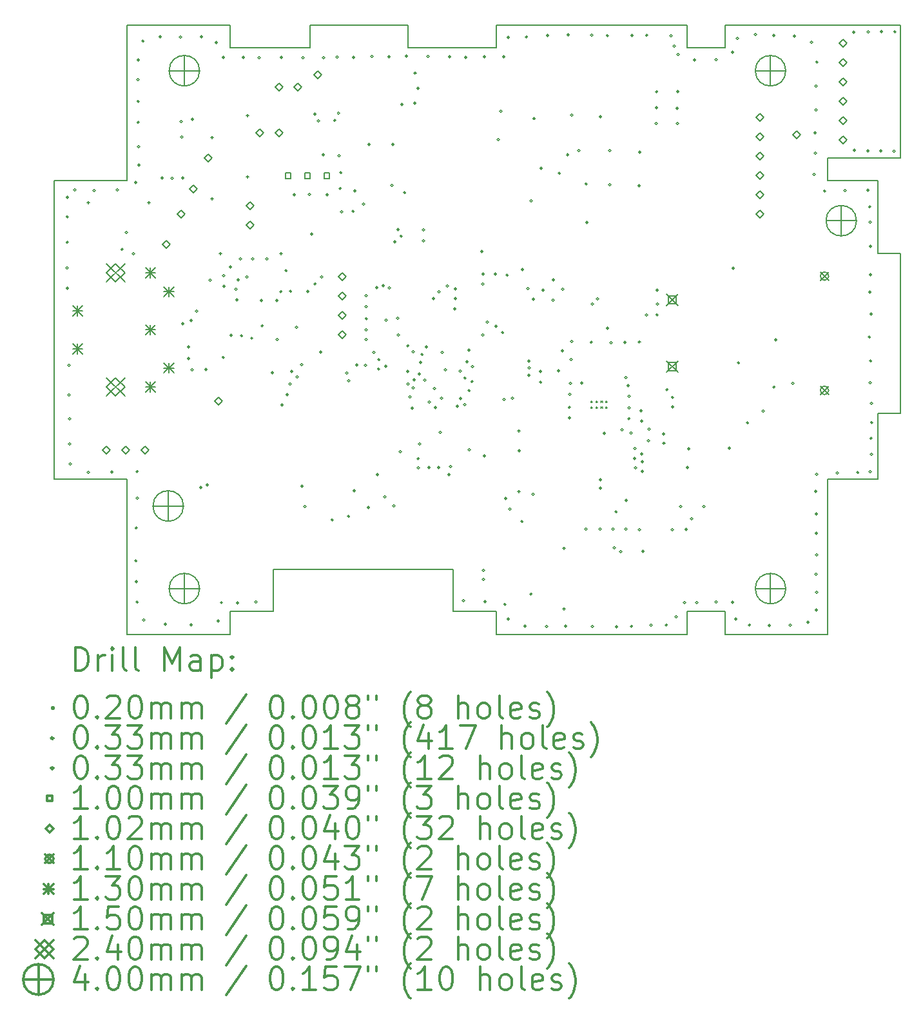
<source format=gbr>
%FSLAX45Y45*%
G04 Gerber Fmt 4.5, Leading zero omitted, Abs format (unit mm)*
G04 Created by KiCad (PCBNEW (5.1.9-0-10_14)) date 2021-05-14 21:18:39*
%MOMM*%
%LPD*%
G01*
G04 APERTURE LIST*
%TA.AperFunction,Profile*%
%ADD10C,0.150000*%
%TD*%
%ADD11C,0.200000*%
%ADD12C,0.300000*%
G04 APERTURE END LIST*
D10*
X11780000Y-11000000D02*
X11780000Y-8960000D01*
X10430000Y-11000000D02*
X11780000Y-11000000D01*
X11780000Y-3000000D02*
X12740000Y-3000000D01*
X12440000Y-5040000D02*
X11780000Y-5040000D01*
X6860000Y-10700000D02*
X7430000Y-10700000D01*
X4500000Y-10150000D02*
X6860000Y-10150000D01*
X6860000Y-10700000D02*
X6860000Y-10150000D01*
X4500000Y-10700000D02*
X4500000Y-10150000D01*
X6268000Y-3300000D02*
X7430000Y-3300000D01*
X4984000Y-3000000D02*
X6268000Y-3000000D01*
X6268000Y-3300000D02*
X6268000Y-3000000D01*
X4984000Y-3000000D02*
X4984000Y-3300000D01*
X12440000Y-8100000D02*
X12440000Y-8960000D01*
X12440000Y-8100000D02*
X12740000Y-8100000D01*
X12440000Y-6000000D02*
X12740000Y-6000000D01*
X12740000Y-6000000D02*
X12740000Y-8100000D01*
X11780000Y-4750000D02*
X12740000Y-4750000D01*
X12740000Y-3000000D02*
X12740000Y-4750000D01*
X7430000Y-11000000D02*
X9930000Y-11000000D01*
X2580000Y-11000000D02*
X3930000Y-11000000D01*
X10430000Y-3000000D02*
X11780000Y-3000000D01*
X7430000Y-3000000D02*
X9930000Y-3000000D01*
X2580000Y-3000000D02*
X3930000Y-3000000D01*
X10430000Y-11000000D02*
X10430000Y-10700000D01*
X9930000Y-10700000D02*
X10430000Y-10700000D01*
X9930000Y-10700000D02*
X9930000Y-11000000D01*
X3930000Y-10700000D02*
X4500000Y-10700000D01*
X7430000Y-11000000D02*
X7430000Y-10700000D01*
X3930000Y-10700000D02*
X3930000Y-11000000D01*
X10430000Y-3300000D02*
X10430000Y-3000000D01*
X9930000Y-3300000D02*
X10430000Y-3300000D01*
X9930000Y-3000000D02*
X9930000Y-3300000D01*
X3930000Y-3300000D02*
X4984000Y-3300000D01*
X7430000Y-3300000D02*
X7430000Y-3000000D01*
X3930000Y-3000000D02*
X3930000Y-3300000D01*
X12440000Y-5040000D02*
X12440000Y-6000000D01*
X11780000Y-8960000D02*
X12440000Y-8960000D01*
X11780000Y-4750000D02*
X11780000Y-5040000D01*
X2580000Y-8960000D02*
X2580000Y-11000000D01*
X1620000Y-8960000D02*
X2580000Y-8960000D01*
X2580000Y-5040000D02*
X2580000Y-3000000D01*
X1620000Y-5040000D02*
X2580000Y-5040000D01*
X1620000Y-5040000D02*
X1620000Y-8960000D01*
D11*
X8673000Y-7934000D02*
X8693000Y-7954000D01*
X8693000Y-7934000D02*
X8673000Y-7954000D01*
X8673000Y-8012000D02*
X8693000Y-8032000D01*
X8693000Y-8012000D02*
X8673000Y-8032000D01*
X8737500Y-7934000D02*
X8757500Y-7954000D01*
X8757500Y-7934000D02*
X8737500Y-7954000D01*
X8737500Y-8012000D02*
X8757500Y-8032000D01*
X8757500Y-8012000D02*
X8737500Y-8032000D01*
X8801500Y-8012000D02*
X8821500Y-8032000D01*
X8821500Y-8012000D02*
X8801500Y-8032000D01*
X8802500Y-7934000D02*
X8822500Y-7954000D01*
X8822500Y-7934000D02*
X8802500Y-7954000D01*
X8867000Y-7934000D02*
X8887000Y-7954000D01*
X8887000Y-7934000D02*
X8867000Y-7954000D01*
X8867000Y-8012000D02*
X8887000Y-8032000D01*
X8887000Y-8012000D02*
X8867000Y-8032000D01*
X1804510Y-6192000D02*
G75*
G03*
X1804510Y-6192000I-16510J0D01*
G01*
X1807510Y-5518000D02*
G75*
G03*
X1807510Y-5518000I-16510J0D01*
G01*
X1807510Y-5853000D02*
G75*
G03*
X1807510Y-5853000I-16510J0D01*
G01*
X1809510Y-6458000D02*
G75*
G03*
X1809510Y-6458000I-16510J0D01*
G01*
X1810510Y-5265000D02*
G75*
G03*
X1810510Y-5265000I-16510J0D01*
G01*
X1830510Y-7468000D02*
G75*
G03*
X1830510Y-7468000I-16510J0D01*
G01*
X1830510Y-7859000D02*
G75*
G03*
X1830510Y-7859000I-16510J0D01*
G01*
X1839510Y-8170000D02*
G75*
G03*
X1839510Y-8170000I-16510J0D01*
G01*
X1839510Y-8499000D02*
G75*
G03*
X1839510Y-8499000I-16510J0D01*
G01*
X1848510Y-8766000D02*
G75*
G03*
X1848510Y-8766000I-16510J0D01*
G01*
X1908510Y-5167000D02*
G75*
G03*
X1908510Y-5167000I-16510J0D01*
G01*
X2084510Y-8874000D02*
G75*
G03*
X2084510Y-8874000I-16510J0D01*
G01*
X2162510Y-5174000D02*
G75*
G03*
X2162510Y-5174000I-16510J0D01*
G01*
X2394510Y-8866000D02*
G75*
G03*
X2394510Y-8866000I-16510J0D01*
G01*
X2464510Y-5163000D02*
G75*
G03*
X2464510Y-5163000I-16510J0D01*
G01*
X2527510Y-5946000D02*
G75*
G03*
X2527510Y-5946000I-16510J0D01*
G01*
X2584510Y-5722000D02*
G75*
G03*
X2584510Y-5722000I-16510J0D01*
G01*
X2679510Y-6003000D02*
G75*
G03*
X2679510Y-6003000I-16510J0D01*
G01*
X2704510Y-5068000D02*
G75*
G03*
X2704510Y-5068000I-16510J0D01*
G01*
X2710510Y-10036000D02*
G75*
G03*
X2710510Y-10036000I-16510J0D01*
G01*
X2712510Y-9605000D02*
G75*
G03*
X2712510Y-9605000I-16510J0D01*
G01*
X2716510Y-10310000D02*
G75*
G03*
X2716510Y-10310000I-16510J0D01*
G01*
X2725510Y-8864000D02*
G75*
G03*
X2725510Y-8864000I-16510J0D01*
G01*
X2727510Y-10578000D02*
G75*
G03*
X2727510Y-10578000I-16510J0D01*
G01*
X2729510Y-9215000D02*
G75*
G03*
X2729510Y-9215000I-16510J0D01*
G01*
X2737510Y-3716000D02*
G75*
G03*
X2737510Y-3716000I-16510J0D01*
G01*
X2737510Y-4001000D02*
G75*
G03*
X2737510Y-4001000I-16510J0D01*
G01*
X2737510Y-4280000D02*
G75*
G03*
X2737510Y-4280000I-16510J0D01*
G01*
X2743510Y-3459000D02*
G75*
G03*
X2743510Y-3459000I-16510J0D01*
G01*
X2743510Y-4599000D02*
G75*
G03*
X2743510Y-4599000I-16510J0D01*
G01*
X2749510Y-4839000D02*
G75*
G03*
X2749510Y-4839000I-16510J0D01*
G01*
X2804510Y-3213000D02*
G75*
G03*
X2804510Y-3213000I-16510J0D01*
G01*
X2811510Y-10813000D02*
G75*
G03*
X2811510Y-10813000I-16510J0D01*
G01*
X3028510Y-3157000D02*
G75*
G03*
X3028510Y-3157000I-16510J0D01*
G01*
X3054510Y-5012000D02*
G75*
G03*
X3054510Y-5012000I-16510J0D01*
G01*
X3096510Y-10869000D02*
G75*
G03*
X3096510Y-10869000I-16510J0D01*
G01*
X3187510Y-5012000D02*
G75*
G03*
X3187510Y-5012000I-16510J0D01*
G01*
X3296510Y-3157000D02*
G75*
G03*
X3296510Y-3157000I-16510J0D01*
G01*
X3306510Y-4269000D02*
G75*
G03*
X3306510Y-4269000I-16510J0D01*
G01*
X3312510Y-4470000D02*
G75*
G03*
X3312510Y-4470000I-16510J0D01*
G01*
X3323510Y-5010000D02*
G75*
G03*
X3323510Y-5010000I-16510J0D01*
G01*
X3325510Y-6924000D02*
G75*
G03*
X3325510Y-6924000I-16510J0D01*
G01*
X3398510Y-7227000D02*
G75*
G03*
X3398510Y-7227000I-16510J0D01*
G01*
X3400510Y-7380000D02*
G75*
G03*
X3400510Y-7380000I-16510J0D01*
G01*
X3432510Y-6879000D02*
G75*
G03*
X3432510Y-6879000I-16510J0D01*
G01*
X3437510Y-10874000D02*
G75*
G03*
X3437510Y-10874000I-16510J0D01*
G01*
X3446510Y-7528000D02*
G75*
G03*
X3446510Y-7528000I-16510J0D01*
G01*
X3450510Y-4237000D02*
G75*
G03*
X3450510Y-4237000I-16510J0D01*
G01*
X3510510Y-6756000D02*
G75*
G03*
X3510510Y-6756000I-16510J0D01*
G01*
X3563510Y-9074000D02*
G75*
G03*
X3563510Y-9074000I-16510J0D01*
G01*
X3570510Y-3157000D02*
G75*
G03*
X3570510Y-3157000I-16510J0D01*
G01*
X3632510Y-7524000D02*
G75*
G03*
X3632510Y-7524000I-16510J0D01*
G01*
X3647510Y-9036000D02*
G75*
G03*
X3647510Y-9036000I-16510J0D01*
G01*
X3685510Y-6353000D02*
G75*
G03*
X3685510Y-6353000I-16510J0D01*
G01*
X3766510Y-3230000D02*
G75*
G03*
X3766510Y-3230000I-16510J0D01*
G01*
X3789510Y-10824000D02*
G75*
G03*
X3789510Y-10824000I-16510J0D01*
G01*
X3833510Y-10584000D02*
G75*
G03*
X3833510Y-10584000I-16510J0D01*
G01*
X3858510Y-7366000D02*
G75*
G03*
X3858510Y-7366000I-16510J0D01*
G01*
X3860510Y-3426000D02*
G75*
G03*
X3860510Y-3426000I-16510J0D01*
G01*
X3863510Y-6292000D02*
G75*
G03*
X3863510Y-6292000I-16510J0D01*
G01*
X3865510Y-6429000D02*
G75*
G03*
X3865510Y-6429000I-16510J0D01*
G01*
X3953510Y-6179000D02*
G75*
G03*
X3953510Y-6179000I-16510J0D01*
G01*
X3959510Y-7077000D02*
G75*
G03*
X3959510Y-7077000I-16510J0D01*
G01*
X4023510Y-6467000D02*
G75*
G03*
X4023510Y-6467000I-16510J0D01*
G01*
X4036510Y-6607000D02*
G75*
G03*
X4036510Y-6607000I-16510J0D01*
G01*
X4045510Y-10585000D02*
G75*
G03*
X4045510Y-10585000I-16510J0D01*
G01*
X4054510Y-6344000D02*
G75*
G03*
X4054510Y-6344000I-16510J0D01*
G01*
X4083510Y-6071000D02*
G75*
G03*
X4083510Y-6071000I-16510J0D01*
G01*
X4096510Y-7079000D02*
G75*
G03*
X4096510Y-7079000I-16510J0D01*
G01*
X4123510Y-3426000D02*
G75*
G03*
X4123510Y-3426000I-16510J0D01*
G01*
X4167510Y-6308000D02*
G75*
G03*
X4167510Y-6308000I-16510J0D01*
G01*
X4231510Y-7112000D02*
G75*
G03*
X4231510Y-7112000I-16510J0D01*
G01*
X4243510Y-6071000D02*
G75*
G03*
X4243510Y-6071000I-16510J0D01*
G01*
X4289510Y-10575000D02*
G75*
G03*
X4289510Y-10575000I-16510J0D01*
G01*
X4329510Y-3427000D02*
G75*
G03*
X4329510Y-3427000I-16510J0D01*
G01*
X4360510Y-6618000D02*
G75*
G03*
X4360510Y-6618000I-16510J0D01*
G01*
X4367510Y-6950990D02*
G75*
G03*
X4367510Y-6950990I-16510J0D01*
G01*
X4428510Y-6071000D02*
G75*
G03*
X4428510Y-6071000I-16510J0D01*
G01*
X4503510Y-7568000D02*
G75*
G03*
X4503510Y-7568000I-16510J0D01*
G01*
X4561510Y-6618000D02*
G75*
G03*
X4561510Y-6618000I-16510J0D01*
G01*
X4564510Y-7131000D02*
G75*
G03*
X4564510Y-7131000I-16510J0D01*
G01*
X4616510Y-6499000D02*
G75*
G03*
X4616510Y-6499000I-16510J0D01*
G01*
X4618510Y-3425000D02*
G75*
G03*
X4618510Y-3425000I-16510J0D01*
G01*
X4629510Y-7986000D02*
G75*
G03*
X4629510Y-7986000I-16510J0D01*
G01*
X4680510Y-6224000D02*
G75*
G03*
X4680510Y-6224000I-16510J0D01*
G01*
X4694510Y-7854000D02*
G75*
G03*
X4694510Y-7854000I-16510J0D01*
G01*
X4734510Y-7715000D02*
G75*
G03*
X4734510Y-7715000I-16510J0D01*
G01*
X4743105Y-6497595D02*
G75*
G03*
X4743105Y-6497595I-16510J0D01*
G01*
X4756510Y-7545000D02*
G75*
G03*
X4756510Y-7545000I-16510J0D01*
G01*
X4787510Y-5229000D02*
G75*
G03*
X4787510Y-5229000I-16510J0D01*
G01*
X4820510Y-6969000D02*
G75*
G03*
X4820510Y-6969000I-16510J0D01*
G01*
X4829010Y-7620500D02*
G75*
G03*
X4829010Y-7620500I-16510J0D01*
G01*
X4889510Y-7461000D02*
G75*
G03*
X4889510Y-7461000I-16510J0D01*
G01*
X4891510Y-9053000D02*
G75*
G03*
X4891510Y-9053000I-16510J0D01*
G01*
X4904510Y-3433000D02*
G75*
G03*
X4904510Y-3433000I-16510J0D01*
G01*
X4928510Y-9323000D02*
G75*
G03*
X4928510Y-9323000I-16510J0D01*
G01*
X4969510Y-6499000D02*
G75*
G03*
X4969510Y-6499000I-16510J0D01*
G01*
X4988510Y-5226000D02*
G75*
G03*
X4988510Y-5226000I-16510J0D01*
G01*
X5017510Y-5744000D02*
G75*
G03*
X5017510Y-5744000I-16510J0D01*
G01*
X5060510Y-4168000D02*
G75*
G03*
X5060510Y-4168000I-16510J0D01*
G01*
X5062510Y-6400000D02*
G75*
G03*
X5062510Y-6400000I-16510J0D01*
G01*
X5108510Y-4258000D02*
G75*
G03*
X5108510Y-4258000I-16510J0D01*
G01*
X5137510Y-7293000D02*
G75*
G03*
X5137510Y-7293000I-16510J0D01*
G01*
X5149510Y-6311000D02*
G75*
G03*
X5149510Y-6311000I-16510J0D01*
G01*
X5170510Y-4706000D02*
G75*
G03*
X5170510Y-4706000I-16510J0D01*
G01*
X5175510Y-3426000D02*
G75*
G03*
X5175510Y-3426000I-16510J0D01*
G01*
X5219510Y-5229000D02*
G75*
G03*
X5219510Y-5229000I-16510J0D01*
G01*
X5287520Y-9498000D02*
G75*
G03*
X5287520Y-9498000I-16510J0D01*
G01*
X5322510Y-4252000D02*
G75*
G03*
X5322510Y-4252000I-16510J0D01*
G01*
X5354510Y-3420000D02*
G75*
G03*
X5354510Y-3420000I-16510J0D01*
G01*
X5371510Y-4160000D02*
G75*
G03*
X5371510Y-4160000I-16510J0D01*
G01*
X5378510Y-4716000D02*
G75*
G03*
X5378510Y-4716000I-16510J0D01*
G01*
X5394510Y-5145000D02*
G75*
G03*
X5394510Y-5145000I-16510J0D01*
G01*
X5400510Y-4937000D02*
G75*
G03*
X5400510Y-4937000I-16510J0D01*
G01*
X5414510Y-5453000D02*
G75*
G03*
X5414510Y-5453000I-16510J0D01*
G01*
X5483510Y-7570000D02*
G75*
G03*
X5483510Y-7570000I-16510J0D01*
G01*
X5502576Y-7670934D02*
G75*
G03*
X5502576Y-7670934I-16510J0D01*
G01*
X5504510Y-9451990D02*
G75*
G03*
X5504510Y-9451990I-16510J0D01*
G01*
X5562510Y-5446000D02*
G75*
G03*
X5562510Y-5446000I-16510J0D01*
G01*
X5569510Y-3424000D02*
G75*
G03*
X5569510Y-3424000I-16510J0D01*
G01*
X5578510Y-9113000D02*
G75*
G03*
X5578510Y-9113000I-16510J0D01*
G01*
X5583195Y-5178315D02*
G75*
G03*
X5583195Y-5178315I-16510J0D01*
G01*
X5611510Y-7467000D02*
G75*
G03*
X5611510Y-7467000I-16510J0D01*
G01*
X5700510Y-5353000D02*
G75*
G03*
X5700510Y-5353000I-16510J0D01*
G01*
X5728510Y-7469000D02*
G75*
G03*
X5728510Y-7469000I-16510J0D01*
G01*
X5732510Y-6553000D02*
G75*
G03*
X5732510Y-6553000I-16510J0D01*
G01*
X5734510Y-6700000D02*
G75*
G03*
X5734510Y-6700000I-16510J0D01*
G01*
X5734510Y-7000000D02*
G75*
G03*
X5734510Y-7000000I-16510J0D01*
G01*
X5734510Y-7132490D02*
G75*
G03*
X5734510Y-7132490I-16510J0D01*
G01*
X5736510Y-6856000D02*
G75*
G03*
X5736510Y-6856000I-16510J0D01*
G01*
X5764510Y-9338000D02*
G75*
G03*
X5764510Y-9338000I-16510J0D01*
G01*
X5771510Y-4567000D02*
G75*
G03*
X5771510Y-4567000I-16510J0D01*
G01*
X5813510Y-3412000D02*
G75*
G03*
X5813510Y-3412000I-16510J0D01*
G01*
X5835510Y-7301000D02*
G75*
G03*
X5835510Y-7301000I-16510J0D01*
G01*
X5874510Y-6450000D02*
G75*
G03*
X5874510Y-6450000I-16510J0D01*
G01*
X5880510Y-8903490D02*
G75*
G03*
X5880510Y-8903490I-16510J0D01*
G01*
X5895510Y-7515000D02*
G75*
G03*
X5895510Y-7515000I-16510J0D01*
G01*
X5901510Y-7394000D02*
G75*
G03*
X5901510Y-7394000I-16510J0D01*
G01*
X5960510Y-6424000D02*
G75*
G03*
X5960510Y-6424000I-16510J0D01*
G01*
X5981510Y-9197000D02*
G75*
G03*
X5981510Y-9197000I-16510J0D01*
G01*
X5993510Y-7481000D02*
G75*
G03*
X5993510Y-7481000I-16510J0D01*
G01*
X5995510Y-6876000D02*
G75*
G03*
X5995510Y-6876000I-16510J0D01*
G01*
X6035510Y-3414000D02*
G75*
G03*
X6035510Y-3414000I-16510J0D01*
G01*
X6037510Y-6452000D02*
G75*
G03*
X6037510Y-6452000I-16510J0D01*
G01*
X6073510Y-5109000D02*
G75*
G03*
X6073510Y-5109000I-16510J0D01*
G01*
X6086510Y-4567000D02*
G75*
G03*
X6086510Y-4567000I-16510J0D01*
G01*
X6098510Y-9313000D02*
G75*
G03*
X6098510Y-9313000I-16510J0D01*
G01*
X6108764Y-5845658D02*
G75*
G03*
X6108764Y-5845658I-16510J0D01*
G01*
X6145908Y-6850398D02*
G75*
G03*
X6145908Y-6850398I-16510J0D01*
G01*
X6155510Y-5685000D02*
G75*
G03*
X6155510Y-5685000I-16510J0D01*
G01*
X6159510Y-7071000D02*
G75*
G03*
X6159510Y-7071000I-16510J0D01*
G01*
X6181510Y-8604000D02*
G75*
G03*
X6181510Y-8604000I-16510J0D01*
G01*
X6191913Y-5770970D02*
G75*
G03*
X6191913Y-5770970I-16510J0D01*
G01*
X6201510Y-4044000D02*
G75*
G03*
X6201510Y-4044000I-16510J0D01*
G01*
X6239510Y-5200000D02*
G75*
G03*
X6239510Y-5200000I-16510J0D01*
G01*
X6262510Y-3408000D02*
G75*
G03*
X6262510Y-3408000I-16510J0D01*
G01*
X6282510Y-7548000D02*
G75*
G03*
X6282510Y-7548000I-16510J0D01*
G01*
X6283510Y-7211000D02*
G75*
G03*
X6283510Y-7211000I-16510J0D01*
G01*
X6283510Y-7712000D02*
G75*
G03*
X6283510Y-7712000I-16510J0D01*
G01*
X6307510Y-7883000D02*
G75*
G03*
X6307510Y-7883000I-16510J0D01*
G01*
X6339510Y-8032000D02*
G75*
G03*
X6339510Y-8032000I-16510J0D01*
G01*
X6351510Y-7767000D02*
G75*
G03*
X6351510Y-7767000I-16510J0D01*
G01*
X6352510Y-7289000D02*
G75*
G03*
X6352510Y-7289000I-16510J0D01*
G01*
X6367020Y-7659000D02*
G75*
G03*
X6367020Y-7659000I-16510J0D01*
G01*
X6374510Y-4025000D02*
G75*
G03*
X6374510Y-4025000I-16510J0D01*
G01*
X6376510Y-3630000D02*
G75*
G03*
X6376510Y-3630000I-16510J0D01*
G01*
X6416510Y-8695000D02*
G75*
G03*
X6416510Y-8695000I-16510J0D01*
G01*
X6417510Y-3830000D02*
G75*
G03*
X6417510Y-3830000I-16510J0D01*
G01*
X6418510Y-8816000D02*
G75*
G03*
X6418510Y-8816000I-16510J0D01*
G01*
X6431510Y-7582000D02*
G75*
G03*
X6431510Y-7582000I-16510J0D01*
G01*
X6435510Y-8500000D02*
G75*
G03*
X6435510Y-8500000I-16510J0D01*
G01*
X6449510Y-7429000D02*
G75*
G03*
X6449510Y-7429000I-16510J0D01*
G01*
X6469510Y-7327000D02*
G75*
G03*
X6469510Y-7327000I-16510J0D01*
G01*
X6486510Y-5688000D02*
G75*
G03*
X6486510Y-5688000I-16510J0D01*
G01*
X6486510Y-5832000D02*
G75*
G03*
X6486510Y-5832000I-16510J0D01*
G01*
X6502510Y-7662000D02*
G75*
G03*
X6502510Y-7662000I-16510J0D01*
G01*
X6525510Y-7225000D02*
G75*
G03*
X6525510Y-7225000I-16510J0D01*
G01*
X6546147Y-3412363D02*
G75*
G03*
X6546147Y-3412363I-16510J0D01*
G01*
X6558510Y-8810000D02*
G75*
G03*
X6558510Y-8810000I-16510J0D01*
G01*
X6563510Y-7949000D02*
G75*
G03*
X6563510Y-7949000I-16510J0D01*
G01*
X6619510Y-6590000D02*
G75*
G03*
X6619510Y-6590000I-16510J0D01*
G01*
X6634510Y-7772000D02*
G75*
G03*
X6634510Y-7772000I-16510J0D01*
G01*
X6642510Y-8021000D02*
G75*
G03*
X6642510Y-8021000I-16510J0D01*
G01*
X6687510Y-8812000D02*
G75*
G03*
X6687510Y-8812000I-16510J0D01*
G01*
X6692510Y-6503000D02*
G75*
G03*
X6692510Y-6503000I-16510J0D01*
G01*
X6707510Y-8350000D02*
G75*
G03*
X6707510Y-8350000I-16510J0D01*
G01*
X6726510Y-7898000D02*
G75*
G03*
X6726510Y-7898000I-16510J0D01*
G01*
X6735510Y-7299000D02*
G75*
G03*
X6735510Y-7299000I-16510J0D01*
G01*
X6776510Y-7530000D02*
G75*
G03*
X6776510Y-7530000I-16510J0D01*
G01*
X6799510Y-6428000D02*
G75*
G03*
X6799510Y-6428000I-16510J0D01*
G01*
X6819510Y-8903000D02*
G75*
G03*
X6819510Y-8903000I-16510J0D01*
G01*
X6833510Y-3416000D02*
G75*
G03*
X6833510Y-3416000I-16510J0D01*
G01*
X6843510Y-8796000D02*
G75*
G03*
X6843510Y-8796000I-16510J0D01*
G01*
X6899510Y-6728000D02*
G75*
G03*
X6899510Y-6728000I-16510J0D01*
G01*
X6903510Y-6465000D02*
G75*
G03*
X6903510Y-6465000I-16510J0D01*
G01*
X6908020Y-6590000D02*
G75*
G03*
X6908020Y-6590000I-16510J0D01*
G01*
X6931510Y-8007000D02*
G75*
G03*
X6931510Y-8007000I-16510J0D01*
G01*
X6972510Y-7543000D02*
G75*
G03*
X6972510Y-7543000I-16510J0D01*
G01*
X6973510Y-7905000D02*
G75*
G03*
X6973510Y-7905000I-16510J0D01*
G01*
X7012510Y-10561000D02*
G75*
G03*
X7012510Y-10561000I-16510J0D01*
G01*
X7028510Y-7985000D02*
G75*
G03*
X7028510Y-7985000I-16510J0D01*
G01*
X7030510Y-7634000D02*
G75*
G03*
X7030510Y-7634000I-16510J0D01*
G01*
X7044510Y-3425000D02*
G75*
G03*
X7044510Y-3425000I-16510J0D01*
G01*
X7058662Y-7420332D02*
G75*
G03*
X7058662Y-7420332I-16510J0D01*
G01*
X7081510Y-7269000D02*
G75*
G03*
X7081510Y-7269000I-16510J0D01*
G01*
X7087510Y-7801000D02*
G75*
G03*
X7087510Y-7801000I-16510J0D01*
G01*
X7089510Y-8575000D02*
G75*
G03*
X7089510Y-8575000I-16510J0D01*
G01*
X7125510Y-7681000D02*
G75*
G03*
X7125510Y-7681000I-16510J0D01*
G01*
X7129510Y-7483000D02*
G75*
G03*
X7129510Y-7483000I-16510J0D01*
G01*
X7254510Y-5971000D02*
G75*
G03*
X7254510Y-5971000I-16510J0D01*
G01*
X7266020Y-7073000D02*
G75*
G03*
X7266020Y-7073000I-16510J0D01*
G01*
X7269510Y-6271000D02*
G75*
G03*
X7269510Y-6271000I-16510J0D01*
G01*
X7269510Y-6402000D02*
G75*
G03*
X7269510Y-6402000I-16510J0D01*
G01*
X7274510Y-10161000D02*
G75*
G03*
X7274510Y-10161000I-16510J0D01*
G01*
X7274510Y-10281000D02*
G75*
G03*
X7274510Y-10281000I-16510J0D01*
G01*
X7286510Y-8659000D02*
G75*
G03*
X7286510Y-8659000I-16510J0D01*
G01*
X7287510Y-3420000D02*
G75*
G03*
X7287510Y-3420000I-16510J0D01*
G01*
X7297510Y-10570000D02*
G75*
G03*
X7297510Y-10570000I-16510J0D01*
G01*
X7325510Y-6899000D02*
G75*
G03*
X7325510Y-6899000I-16510J0D01*
G01*
X7432510Y-6269000D02*
G75*
G03*
X7432510Y-6269000I-16510J0D01*
G01*
X7440510Y-6954000D02*
G75*
G03*
X7440510Y-6954000I-16510J0D01*
G01*
X7468510Y-4503000D02*
G75*
G03*
X7468510Y-4503000I-16510J0D01*
G01*
X7502510Y-4132000D02*
G75*
G03*
X7502510Y-4132000I-16510J0D01*
G01*
X7525510Y-7037000D02*
G75*
G03*
X7525510Y-7037000I-16510J0D01*
G01*
X7543510Y-3418000D02*
G75*
G03*
X7543510Y-3418000I-16510J0D01*
G01*
X7545510Y-7919000D02*
G75*
G03*
X7545510Y-7919000I-16510J0D01*
G01*
X7555510Y-10606000D02*
G75*
G03*
X7555510Y-10606000I-16510J0D01*
G01*
X7568510Y-9217000D02*
G75*
G03*
X7568510Y-9217000I-16510J0D01*
G01*
X7586954Y-6285205D02*
G75*
G03*
X7586954Y-6285205I-16510J0D01*
G01*
X7599510Y-3163000D02*
G75*
G03*
X7599510Y-3163000I-16510J0D01*
G01*
X7599510Y-10801000D02*
G75*
G03*
X7599510Y-10801000I-16510J0D01*
G01*
X7622510Y-9356000D02*
G75*
G03*
X7622510Y-9356000I-16510J0D01*
G01*
X7657510Y-7902000D02*
G75*
G03*
X7657510Y-7902000I-16510J0D01*
G01*
X7742510Y-8590000D02*
G75*
G03*
X7742510Y-8590000I-16510J0D01*
G01*
X7779510Y-9517000D02*
G75*
G03*
X7779510Y-9517000I-16510J0D01*
G01*
X7788510Y-6213000D02*
G75*
G03*
X7788510Y-6213000I-16510J0D01*
G01*
X7821510Y-10890000D02*
G75*
G03*
X7821510Y-10890000I-16510J0D01*
G01*
X7839510Y-3157000D02*
G75*
G03*
X7839510Y-3157000I-16510J0D01*
G01*
X7859510Y-6461000D02*
G75*
G03*
X7859510Y-6461000I-16510J0D01*
G01*
X7870510Y-7414000D02*
G75*
G03*
X7870510Y-7414000I-16510J0D01*
G01*
X7873510Y-7501000D02*
G75*
G03*
X7873510Y-7501000I-16510J0D01*
G01*
X7873510Y-7601000D02*
G75*
G03*
X7873510Y-7601000I-16510J0D01*
G01*
X7899510Y-10472000D02*
G75*
G03*
X7899510Y-10472000I-16510J0D01*
G01*
X7904510Y-5309000D02*
G75*
G03*
X7904510Y-5309000I-16510J0D01*
G01*
X7926510Y-9163000D02*
G75*
G03*
X7926510Y-9163000I-16510J0D01*
G01*
X7929510Y-6601000D02*
G75*
G03*
X7929510Y-6601000I-16510J0D01*
G01*
X7938510Y-4227000D02*
G75*
G03*
X7938510Y-4227000I-16510J0D01*
G01*
X8027510Y-7548000D02*
G75*
G03*
X8027510Y-7548000I-16510J0D01*
G01*
X8028510Y-7692000D02*
G75*
G03*
X8028510Y-7692000I-16510J0D01*
G01*
X8035510Y-4882000D02*
G75*
G03*
X8035510Y-4882000I-16510J0D01*
G01*
X8058510Y-6485000D02*
G75*
G03*
X8058510Y-6485000I-16510J0D01*
G01*
X8106510Y-10899000D02*
G75*
G03*
X8106510Y-10899000I-16510J0D01*
G01*
X8119510Y-3136000D02*
G75*
G03*
X8119510Y-3136000I-16510J0D01*
G01*
X8191510Y-6612000D02*
G75*
G03*
X8191510Y-6612000I-16510J0D01*
G01*
X8197510Y-6346000D02*
G75*
G03*
X8197510Y-6346000I-16510J0D01*
G01*
X8259086Y-7539219D02*
G75*
G03*
X8259086Y-7539219I-16510J0D01*
G01*
X8271510Y-4946000D02*
G75*
G03*
X8271510Y-4946000I-16510J0D01*
G01*
X8313510Y-7277000D02*
G75*
G03*
X8313510Y-7277000I-16510J0D01*
G01*
X8319510Y-6468000D02*
G75*
G03*
X8319510Y-6468000I-16510J0D01*
G01*
X8352510Y-10892000D02*
G75*
G03*
X8352510Y-10892000I-16510J0D01*
G01*
X8381510Y-4706000D02*
G75*
G03*
X8381510Y-4706000I-16510J0D01*
G01*
X8390510Y-3129000D02*
G75*
G03*
X8390510Y-3129000I-16510J0D01*
G01*
X8403510Y-8020000D02*
G75*
G03*
X8403510Y-8020000I-16510J0D01*
G01*
X8403510Y-8159000D02*
G75*
G03*
X8403510Y-8159000I-16510J0D01*
G01*
X8411510Y-7848000D02*
G75*
G03*
X8411510Y-7848000I-16510J0D01*
G01*
X8415510Y-7706000D02*
G75*
G03*
X8415510Y-7706000I-16510J0D01*
G01*
X8425510Y-7390000D02*
G75*
G03*
X8425510Y-7390000I-16510J0D01*
G01*
X8433510Y-7154000D02*
G75*
G03*
X8433510Y-7154000I-16510J0D01*
G01*
X8435510Y-4180000D02*
G75*
G03*
X8435510Y-4180000I-16510J0D01*
G01*
X8529510Y-4647000D02*
G75*
G03*
X8529510Y-4647000I-16510J0D01*
G01*
X8567175Y-7701801D02*
G75*
G03*
X8567175Y-7701801I-16510J0D01*
G01*
X8620510Y-9618490D02*
G75*
G03*
X8620510Y-9618490I-16510J0D01*
G01*
X8624510Y-5088000D02*
G75*
G03*
X8624510Y-5088000I-16510J0D01*
G01*
X8631510Y-5593000D02*
G75*
G03*
X8631510Y-5593000I-16510J0D01*
G01*
X8691510Y-7165000D02*
G75*
G03*
X8691510Y-7165000I-16510J0D01*
G01*
X8698549Y-3133009D02*
G75*
G03*
X8698549Y-3133009I-16510J0D01*
G01*
X8705510Y-10896000D02*
G75*
G03*
X8705510Y-10896000I-16510J0D01*
G01*
X8707510Y-6663000D02*
G75*
G03*
X8707510Y-6663000I-16510J0D01*
G01*
X8775510Y-6595000D02*
G75*
G03*
X8775510Y-6595000I-16510J0D01*
G01*
X8808510Y-8971000D02*
G75*
G03*
X8808510Y-8971000I-16510J0D01*
G01*
X8808510Y-9618490D02*
G75*
G03*
X8808510Y-9618490I-16510J0D01*
G01*
X8812010Y-9077500D02*
G75*
G03*
X8812010Y-9077500I-16510J0D01*
G01*
X8813510Y-4204000D02*
G75*
G03*
X8813510Y-4204000I-16510J0D01*
G01*
X8864510Y-8363000D02*
G75*
G03*
X8864510Y-8363000I-16510J0D01*
G01*
X8903510Y-3140000D02*
G75*
G03*
X8903510Y-3140000I-16510J0D01*
G01*
X8907510Y-6981000D02*
G75*
G03*
X8907510Y-6981000I-16510J0D01*
G01*
X8933510Y-4651000D02*
G75*
G03*
X8933510Y-4651000I-16510J0D01*
G01*
X8937510Y-5098000D02*
G75*
G03*
X8937510Y-5098000I-16510J0D01*
G01*
X8951510Y-7171000D02*
G75*
G03*
X8951510Y-7171000I-16510J0D01*
G01*
X8976510Y-9618490D02*
G75*
G03*
X8976510Y-9618490I-16510J0D01*
G01*
X8992510Y-9862000D02*
G75*
G03*
X8992510Y-9862000I-16510J0D01*
G01*
X9015510Y-9390000D02*
G75*
G03*
X9015510Y-9390000I-16510J0D01*
G01*
X9022510Y-10900000D02*
G75*
G03*
X9022510Y-10900000I-16510J0D01*
G01*
X9079510Y-9915000D02*
G75*
G03*
X9079510Y-9915000I-16510J0D01*
G01*
X9095510Y-8314997D02*
G75*
G03*
X9095510Y-8314997I-16510J0D01*
G01*
X9130510Y-7168000D02*
G75*
G03*
X9130510Y-7168000I-16510J0D01*
G01*
X9146510Y-7631000D02*
G75*
G03*
X9146510Y-7631000I-16510J0D01*
G01*
X9146510Y-9619000D02*
G75*
G03*
X9146510Y-9619000I-16510J0D01*
G01*
X9149510Y-9241000D02*
G75*
G03*
X9149510Y-9241000I-16510J0D01*
G01*
X9178510Y-7734000D02*
G75*
G03*
X9178510Y-7734000I-16510J0D01*
G01*
X9186510Y-8028000D02*
G75*
G03*
X9186510Y-8028000I-16510J0D01*
G01*
X9188510Y-7876000D02*
G75*
G03*
X9188510Y-7876000I-16510J0D01*
G01*
X9188510Y-8167000D02*
G75*
G03*
X9188510Y-8167000I-16510J0D01*
G01*
X9213509Y-8359003D02*
G75*
G03*
X9213509Y-8359003I-16510J0D01*
G01*
X9219510Y-10896000D02*
G75*
G03*
X9219510Y-10896000I-16510J0D01*
G01*
X9225510Y-3135000D02*
G75*
G03*
X9225510Y-3135000I-16510J0D01*
G01*
X9260510Y-8689000D02*
G75*
G03*
X9260510Y-8689000I-16510J0D01*
G01*
X9265510Y-8563000D02*
G75*
G03*
X9265510Y-8563000I-16510J0D01*
G01*
X9271510Y-8815000D02*
G75*
G03*
X9271510Y-8815000I-16510J0D01*
G01*
X9322510Y-5109000D02*
G75*
G03*
X9322510Y-5109000I-16510J0D01*
G01*
X9322510Y-9626000D02*
G75*
G03*
X9322510Y-9626000I-16510J0D01*
G01*
X9323510Y-7160000D02*
G75*
G03*
X9323510Y-7160000I-16510J0D01*
G01*
X9326510Y-4669000D02*
G75*
G03*
X9326510Y-4669000I-16510J0D01*
G01*
X9346510Y-8063000D02*
G75*
G03*
X9346510Y-8063000I-16510J0D01*
G01*
X9351614Y-8632896D02*
G75*
G03*
X9351614Y-8632896I-16510J0D01*
G01*
X9352510Y-8201000D02*
G75*
G03*
X9352510Y-8201000I-16510J0D01*
G01*
X9359510Y-8861000D02*
G75*
G03*
X9359510Y-8861000I-16510J0D01*
G01*
X9362510Y-8735000D02*
G75*
G03*
X9362510Y-8735000I-16510J0D01*
G01*
X9370510Y-9909000D02*
G75*
G03*
X9370510Y-9909000I-16510J0D01*
G01*
X9417510Y-6811000D02*
G75*
G03*
X9417510Y-6811000I-16510J0D01*
G01*
X9419510Y-3135000D02*
G75*
G03*
X9419510Y-3135000I-16510J0D01*
G01*
X9444510Y-8457000D02*
G75*
G03*
X9444510Y-8457000I-16510J0D01*
G01*
X9447510Y-8306000D02*
G75*
G03*
X9447510Y-8306000I-16510J0D01*
G01*
X9475510Y-10881000D02*
G75*
G03*
X9475510Y-10881000I-16510J0D01*
G01*
X9544510Y-4290000D02*
G75*
G03*
X9544510Y-4290000I-16510J0D01*
G01*
X9546510Y-4085000D02*
G75*
G03*
X9546510Y-4085000I-16510J0D01*
G01*
X9549510Y-3877000D02*
G75*
G03*
X9549510Y-3877000I-16510J0D01*
G01*
X9555510Y-6806000D02*
G75*
G03*
X9555510Y-6806000I-16510J0D01*
G01*
X9558510Y-6483000D02*
G75*
G03*
X9558510Y-6483000I-16510J0D01*
G01*
X9558510Y-6663000D02*
G75*
G03*
X9558510Y-6663000I-16510J0D01*
G01*
X9644510Y-8370000D02*
G75*
G03*
X9644510Y-8370000I-16510J0D01*
G01*
X9644510Y-8490000D02*
G75*
G03*
X9644510Y-8490000I-16510J0D01*
G01*
X9678510Y-10877000D02*
G75*
G03*
X9678510Y-10877000I-16510J0D01*
G01*
X9685510Y-7788000D02*
G75*
G03*
X9685510Y-7788000I-16510J0D01*
G01*
X9738510Y-3139000D02*
G75*
G03*
X9738510Y-3139000I-16510J0D01*
G01*
X9758510Y-7890000D02*
G75*
G03*
X9758510Y-7890000I-16510J0D01*
G01*
X9758510Y-9626000D02*
G75*
G03*
X9758510Y-9626000I-16510J0D01*
G01*
X9759510Y-8012000D02*
G75*
G03*
X9759510Y-8012000I-16510J0D01*
G01*
X9782510Y-3277000D02*
G75*
G03*
X9782510Y-3277000I-16510J0D01*
G01*
X9808510Y-10770000D02*
G75*
G03*
X9808510Y-10770000I-16510J0D01*
G01*
X9820510Y-4093000D02*
G75*
G03*
X9820510Y-4093000I-16510J0D01*
G01*
X9823510Y-4290000D02*
G75*
G03*
X9823510Y-4290000I-16510J0D01*
G01*
X9828510Y-3871000D02*
G75*
G03*
X9828510Y-3871000I-16510J0D01*
G01*
X9831510Y-3387000D02*
G75*
G03*
X9831510Y-3387000I-16510J0D01*
G01*
X9865510Y-9324000D02*
G75*
G03*
X9865510Y-9324000I-16510J0D01*
G01*
X9914510Y-10583000D02*
G75*
G03*
X9914510Y-10583000I-16510J0D01*
G01*
X9938510Y-9626000D02*
G75*
G03*
X9938510Y-9626000I-16510J0D01*
G01*
X9952019Y-8810000D02*
G75*
G03*
X9952019Y-8810000I-16510J0D01*
G01*
X9973510Y-8566000D02*
G75*
G03*
X9973510Y-8566000I-16510J0D01*
G01*
X10011510Y-9485000D02*
G75*
G03*
X10011510Y-9485000I-16510J0D01*
G01*
X10048510Y-3456000D02*
G75*
G03*
X10048510Y-3456000I-16510J0D01*
G01*
X10080510Y-10583000D02*
G75*
G03*
X10080510Y-10583000I-16510J0D01*
G01*
X10174510Y-9322000D02*
G75*
G03*
X10174510Y-9322000I-16510J0D01*
G01*
X10330510Y-3456000D02*
G75*
G03*
X10330510Y-3456000I-16510J0D01*
G01*
X10334510Y-10575000D02*
G75*
G03*
X10334510Y-10575000I-16510J0D01*
G01*
X10506510Y-8554000D02*
G75*
G03*
X10506510Y-8554000I-16510J0D01*
G01*
X10547510Y-3357000D02*
G75*
G03*
X10547510Y-3357000I-16510J0D01*
G01*
X10549510Y-10581000D02*
G75*
G03*
X10549510Y-10581000I-16510J0D01*
G01*
X10556510Y-6192000D02*
G75*
G03*
X10556510Y-6192000I-16510J0D01*
G01*
X10588510Y-10799000D02*
G75*
G03*
X10588510Y-10799000I-16510J0D01*
G01*
X10612510Y-3174000D02*
G75*
G03*
X10612510Y-3174000I-16510J0D01*
G01*
X10626510Y-7437000D02*
G75*
G03*
X10626510Y-7437000I-16510J0D01*
G01*
X10744510Y-8224000D02*
G75*
G03*
X10744510Y-8224000I-16510J0D01*
G01*
X10770510Y-10877000D02*
G75*
G03*
X10770510Y-10877000I-16510J0D01*
G01*
X10848510Y-3128000D02*
G75*
G03*
X10848510Y-3128000I-16510J0D01*
G01*
X10948510Y-8070000D02*
G75*
G03*
X10948510Y-8070000I-16510J0D01*
G01*
X11027510Y-10885000D02*
G75*
G03*
X11027510Y-10885000I-16510J0D01*
G01*
X11088510Y-3136000D02*
G75*
G03*
X11088510Y-3136000I-16510J0D01*
G01*
X11093510Y-7752000D02*
G75*
G03*
X11093510Y-7752000I-16510J0D01*
G01*
X11116510Y-7134000D02*
G75*
G03*
X11116510Y-7134000I-16510J0D01*
G01*
X11307510Y-10880000D02*
G75*
G03*
X11307510Y-10880000I-16510J0D01*
G01*
X11339510Y-7707000D02*
G75*
G03*
X11339510Y-7707000I-16510J0D01*
G01*
X11360510Y-3147000D02*
G75*
G03*
X11360510Y-3147000I-16510J0D01*
G01*
X11536510Y-10844000D02*
G75*
G03*
X11536510Y-10844000I-16510J0D01*
G01*
X11582510Y-3227000D02*
G75*
G03*
X11582510Y-3227000I-16510J0D01*
G01*
X11617510Y-4962000D02*
G75*
G03*
X11617510Y-4962000I-16510J0D01*
G01*
X11633510Y-4415000D02*
G75*
G03*
X11633510Y-4415000I-16510J0D01*
G01*
X11633510Y-4683000D02*
G75*
G03*
X11633510Y-4683000I-16510J0D01*
G01*
X11640510Y-9125000D02*
G75*
G03*
X11640510Y-9125000I-16510J0D01*
G01*
X11644510Y-3805000D02*
G75*
G03*
X11644510Y-3805000I-16510J0D01*
G01*
X11644510Y-4116000D02*
G75*
G03*
X11644510Y-4116000I-16510J0D01*
G01*
X11645510Y-10212000D02*
G75*
G03*
X11645510Y-10212000I-16510J0D01*
G01*
X11647510Y-9673000D02*
G75*
G03*
X11647510Y-9673000I-16510J0D01*
G01*
X11647510Y-10679000D02*
G75*
G03*
X11647510Y-10679000I-16510J0D01*
G01*
X11648510Y-9422000D02*
G75*
G03*
X11648510Y-9422000I-16510J0D01*
G01*
X11650510Y-10447000D02*
G75*
G03*
X11650510Y-10447000I-16510J0D01*
G01*
X11652510Y-8896000D02*
G75*
G03*
X11652510Y-8896000I-16510J0D01*
G01*
X11653510Y-3485000D02*
G75*
G03*
X11653510Y-3485000I-16510J0D01*
G01*
X11653510Y-9955000D02*
G75*
G03*
X11653510Y-9955000I-16510J0D01*
G01*
X11756510Y-5180000D02*
G75*
G03*
X11756510Y-5180000I-16510J0D01*
G01*
X11922510Y-8881000D02*
G75*
G03*
X11922510Y-8881000I-16510J0D01*
G01*
X12025510Y-5174000D02*
G75*
G03*
X12025510Y-5174000I-16510J0D01*
G01*
X12137510Y-3093000D02*
G75*
G03*
X12137510Y-3093000I-16510J0D01*
G01*
X12150510Y-4644000D02*
G75*
G03*
X12150510Y-4644000I-16510J0D01*
G01*
X12193510Y-8877000D02*
G75*
G03*
X12193510Y-8877000I-16510J0D01*
G01*
X12326510Y-5169000D02*
G75*
G03*
X12326510Y-5169000I-16510J0D01*
G01*
X12327510Y-3090000D02*
G75*
G03*
X12327510Y-3090000I-16510J0D01*
G01*
X12327510Y-4652000D02*
G75*
G03*
X12327510Y-4652000I-16510J0D01*
G01*
X12345510Y-7098000D02*
G75*
G03*
X12345510Y-7098000I-16510J0D01*
G01*
X12349510Y-5387000D02*
G75*
G03*
X12349510Y-5387000I-16510J0D01*
G01*
X12352510Y-6508000D02*
G75*
G03*
X12352510Y-6508000I-16510J0D01*
G01*
X12354510Y-5591000D02*
G75*
G03*
X12354510Y-5591000I-16510J0D01*
G01*
X12354510Y-7699000D02*
G75*
G03*
X12354510Y-7699000I-16510J0D01*
G01*
X12354510Y-8862000D02*
G75*
G03*
X12354510Y-8862000I-16510J0D01*
G01*
X12358510Y-6281000D02*
G75*
G03*
X12358510Y-6281000I-16510J0D01*
G01*
X12359510Y-5904000D02*
G75*
G03*
X12359510Y-5904000I-16510J0D01*
G01*
X12360510Y-7410000D02*
G75*
G03*
X12360510Y-7410000I-16510J0D01*
G01*
X12364510Y-8428000D02*
G75*
G03*
X12364510Y-8428000I-16510J0D01*
G01*
X12368510Y-6797000D02*
G75*
G03*
X12368510Y-6797000I-16510J0D01*
G01*
X12369510Y-8636000D02*
G75*
G03*
X12369510Y-8636000I-16510J0D01*
G01*
X12371510Y-7970000D02*
G75*
G03*
X12371510Y-7970000I-16510J0D01*
G01*
X12372510Y-8218000D02*
G75*
G03*
X12372510Y-8218000I-16510J0D01*
G01*
X12372510Y-8218000D02*
G75*
G03*
X12372510Y-8218000I-16510J0D01*
G01*
X12492510Y-4654000D02*
G75*
G03*
X12492510Y-4654000I-16510J0D01*
G01*
X12503510Y-3087000D02*
G75*
G03*
X12503510Y-3087000I-16510J0D01*
G01*
X12669510Y-4657000D02*
G75*
G03*
X12669510Y-4657000I-16510J0D01*
G01*
X12677510Y-3087000D02*
G75*
G03*
X12677510Y-3087000I-16510J0D01*
G01*
X2065000Y-5312470D02*
X2065000Y-5345530D01*
X2048470Y-5329000D02*
X2081530Y-5329000D01*
X2865000Y-5312470D02*
X2865000Y-5345530D01*
X2848470Y-5329000D02*
X2881530Y-5329000D01*
X3693000Y-4459470D02*
X3693000Y-4492530D01*
X3676470Y-4476000D02*
X3709530Y-4476000D01*
X3693000Y-5259470D02*
X3693000Y-5292530D01*
X3676470Y-5276000D02*
X3709530Y-5276000D01*
X3802000Y-5985470D02*
X3802000Y-6018530D01*
X3785470Y-6002000D02*
X3818530Y-6002000D01*
X4158000Y-4171470D02*
X4158000Y-4204530D01*
X4141470Y-4188000D02*
X4174530Y-4188000D01*
X4158000Y-4971470D02*
X4158000Y-5004530D01*
X4141470Y-4988000D02*
X4174530Y-4988000D01*
X4602000Y-5985470D02*
X4602000Y-6018530D01*
X4585470Y-6002000D02*
X4618530Y-6002000D01*
X7726000Y-8307470D02*
X7726000Y-8340530D01*
X7709470Y-8324000D02*
X7742530Y-8324000D01*
X7726000Y-9107470D02*
X7726000Y-9140530D01*
X7709470Y-9124000D02*
X7742530Y-9124000D01*
X8319000Y-9848470D02*
X8319000Y-9881530D01*
X8302470Y-9865000D02*
X8335530Y-9865000D01*
X8319000Y-10648470D02*
X8319000Y-10681530D01*
X8302470Y-10665000D02*
X8335530Y-10665000D01*
X4731383Y-5014383D02*
X4731383Y-4943618D01*
X4660618Y-4943618D01*
X4660618Y-5014383D01*
X4731383Y-5014383D01*
X4985383Y-5014383D02*
X4985383Y-4943618D01*
X4914618Y-4943618D01*
X4914618Y-5014383D01*
X4985383Y-5014383D01*
X5239383Y-5014383D02*
X5239383Y-4943618D01*
X5168618Y-4943618D01*
X5168618Y-5014383D01*
X5239383Y-5014383D01*
X2304000Y-8628800D02*
X2354800Y-8578000D01*
X2304000Y-8527200D01*
X2253200Y-8578000D01*
X2304000Y-8628800D01*
X2558000Y-8628800D02*
X2608800Y-8578000D01*
X2558000Y-8527200D01*
X2507200Y-8578000D01*
X2558000Y-8628800D01*
X2812000Y-8628800D02*
X2862800Y-8578000D01*
X2812000Y-8527200D01*
X2761200Y-8578000D01*
X2812000Y-8628800D01*
X3092180Y-5931800D02*
X3142980Y-5881000D01*
X3092180Y-5830200D01*
X3041380Y-5881000D01*
X3092180Y-5931800D01*
X3286490Y-5531800D02*
X3337290Y-5481000D01*
X3286490Y-5430200D01*
X3235690Y-5481000D01*
X3286490Y-5531800D01*
X3452180Y-5199800D02*
X3502980Y-5149000D01*
X3452180Y-5098200D01*
X3401380Y-5149000D01*
X3452180Y-5199800D01*
X3646490Y-4799800D02*
X3697290Y-4749000D01*
X3646490Y-4698200D01*
X3595690Y-4749000D01*
X3646490Y-4799800D01*
X3775000Y-7992800D02*
X3825800Y-7942000D01*
X3775000Y-7891200D01*
X3724200Y-7942000D01*
X3775000Y-7992800D01*
X4194000Y-5426800D02*
X4244800Y-5376000D01*
X4194000Y-5325200D01*
X4143200Y-5376000D01*
X4194000Y-5426800D01*
X4194000Y-5680800D02*
X4244800Y-5630000D01*
X4194000Y-5579200D01*
X4143200Y-5630000D01*
X4194000Y-5680800D01*
X4324000Y-4465800D02*
X4374800Y-4415000D01*
X4324000Y-4364200D01*
X4273200Y-4415000D01*
X4324000Y-4465800D01*
X4574000Y-3865800D02*
X4624800Y-3815000D01*
X4574000Y-3764200D01*
X4523200Y-3815000D01*
X4574000Y-3865800D01*
X4574000Y-4465800D02*
X4624800Y-4415000D01*
X4574000Y-4364200D01*
X4523200Y-4415000D01*
X4574000Y-4465800D01*
X4824000Y-3865800D02*
X4874800Y-3815000D01*
X4824000Y-3764200D01*
X4773200Y-3815000D01*
X4824000Y-3865800D01*
X5079000Y-3702800D02*
X5129800Y-3652000D01*
X5079000Y-3601200D01*
X5028200Y-3652000D01*
X5079000Y-3702800D01*
X5402000Y-6356800D02*
X5452800Y-6306000D01*
X5402000Y-6255200D01*
X5351200Y-6306000D01*
X5402000Y-6356800D01*
X5402000Y-6610800D02*
X5452800Y-6560000D01*
X5402000Y-6509200D01*
X5351200Y-6560000D01*
X5402000Y-6610800D01*
X5402000Y-6864800D02*
X5452800Y-6814000D01*
X5402000Y-6763200D01*
X5351200Y-6814000D01*
X5402000Y-6864800D01*
X5402000Y-7118800D02*
X5452800Y-7068000D01*
X5402000Y-7017200D01*
X5351200Y-7068000D01*
X5402000Y-7118800D01*
X10892000Y-4259800D02*
X10942800Y-4209000D01*
X10892000Y-4158200D01*
X10841200Y-4209000D01*
X10892000Y-4259800D01*
X10892000Y-4513800D02*
X10942800Y-4463000D01*
X10892000Y-4412200D01*
X10841200Y-4463000D01*
X10892000Y-4513800D01*
X10892000Y-4767800D02*
X10942800Y-4717000D01*
X10892000Y-4666200D01*
X10841200Y-4717000D01*
X10892000Y-4767800D01*
X10892000Y-5021800D02*
X10942800Y-4971000D01*
X10892000Y-4920200D01*
X10841200Y-4971000D01*
X10892000Y-5021800D01*
X10892000Y-5275800D02*
X10942800Y-5225000D01*
X10892000Y-5174200D01*
X10841200Y-5225000D01*
X10892000Y-5275800D01*
X10892000Y-5529800D02*
X10942800Y-5479000D01*
X10892000Y-5428200D01*
X10841200Y-5479000D01*
X10892000Y-5529800D01*
X11371000Y-4488800D02*
X11421800Y-4438000D01*
X11371000Y-4387200D01*
X11320200Y-4438000D01*
X11371000Y-4488800D01*
X11980000Y-3286800D02*
X12030800Y-3236000D01*
X11980000Y-3185200D01*
X11929200Y-3236000D01*
X11980000Y-3286800D01*
X11980000Y-3540800D02*
X12030800Y-3490000D01*
X11980000Y-3439200D01*
X11929200Y-3490000D01*
X11980000Y-3540800D01*
X11980000Y-3794800D02*
X12030800Y-3744000D01*
X11980000Y-3693200D01*
X11929200Y-3744000D01*
X11980000Y-3794800D01*
X11980000Y-4048800D02*
X12030800Y-3998000D01*
X11980000Y-3947200D01*
X11929200Y-3998000D01*
X11980000Y-4048800D01*
X11980000Y-4302800D02*
X12030800Y-4252000D01*
X11980000Y-4201200D01*
X11929200Y-4252000D01*
X11980000Y-4302800D01*
X11980000Y-4556800D02*
X12030800Y-4506000D01*
X11980000Y-4455200D01*
X11929200Y-4506000D01*
X11980000Y-4556800D01*
X11684000Y-6241500D02*
X11794000Y-6351500D01*
X11794000Y-6241500D02*
X11684000Y-6351500D01*
X11794000Y-6296500D02*
G75*
G03*
X11794000Y-6296500I-55000J0D01*
G01*
X11684000Y-7741500D02*
X11794000Y-7851500D01*
X11794000Y-7741500D02*
X11684000Y-7851500D01*
X11794000Y-7796500D02*
G75*
G03*
X11794000Y-7796500I-55000J0D01*
G01*
X1863000Y-6687000D02*
X1993000Y-6817000D01*
X1993000Y-6687000D02*
X1863000Y-6817000D01*
X1928000Y-6687000D02*
X1928000Y-6817000D01*
X1863000Y-6752000D02*
X1993000Y-6752000D01*
X1863000Y-7187000D02*
X1993000Y-7317000D01*
X1993000Y-7187000D02*
X1863000Y-7317000D01*
X1928000Y-7187000D02*
X1928000Y-7317000D01*
X1863000Y-7252000D02*
X1993000Y-7252000D01*
X2818000Y-6187000D02*
X2948000Y-6317000D01*
X2948000Y-6187000D02*
X2818000Y-6317000D01*
X2883000Y-6187000D02*
X2883000Y-6317000D01*
X2818000Y-6252000D02*
X2948000Y-6252000D01*
X2818000Y-6937000D02*
X2948000Y-7067000D01*
X2948000Y-6937000D02*
X2818000Y-7067000D01*
X2883000Y-6937000D02*
X2883000Y-7067000D01*
X2818000Y-7002000D02*
X2948000Y-7002000D01*
X2818000Y-7687000D02*
X2948000Y-7817000D01*
X2948000Y-7687000D02*
X2818000Y-7817000D01*
X2883000Y-7687000D02*
X2883000Y-7817000D01*
X2818000Y-7752000D02*
X2948000Y-7752000D01*
X3063000Y-6437000D02*
X3193000Y-6567000D01*
X3193000Y-6437000D02*
X3063000Y-6567000D01*
X3128000Y-6437000D02*
X3128000Y-6567000D01*
X3063000Y-6502000D02*
X3193000Y-6502000D01*
X3063000Y-7437000D02*
X3193000Y-7567000D01*
X3193000Y-7437000D02*
X3063000Y-7567000D01*
X3128000Y-7437000D02*
X3128000Y-7567000D01*
X3063000Y-7502000D02*
X3193000Y-7502000D01*
X9664000Y-6533500D02*
X9814000Y-6683500D01*
X9814000Y-6533500D02*
X9664000Y-6683500D01*
X9792034Y-6661533D02*
X9792034Y-6555466D01*
X9685967Y-6555466D01*
X9685967Y-6661533D01*
X9792034Y-6661533D01*
X9664000Y-7409500D02*
X9814000Y-7559500D01*
X9814000Y-7409500D02*
X9664000Y-7559500D01*
X9792034Y-7537533D02*
X9792034Y-7431466D01*
X9685967Y-7431466D01*
X9685967Y-7537533D01*
X9792034Y-7537533D01*
X2308000Y-6132000D02*
X2548000Y-6372000D01*
X2548000Y-6132000D02*
X2308000Y-6372000D01*
X2428000Y-6372000D02*
X2548000Y-6252000D01*
X2428000Y-6132000D01*
X2308000Y-6252000D01*
X2428000Y-6372000D01*
X2308000Y-7632000D02*
X2548000Y-7872000D01*
X2548000Y-7632000D02*
X2308000Y-7872000D01*
X2428000Y-7872000D02*
X2548000Y-7752000D01*
X2428000Y-7632000D01*
X2308000Y-7752000D01*
X2428000Y-7872000D01*
X3118000Y-9115000D02*
X3118000Y-9515000D01*
X2918000Y-9315000D02*
X3318000Y-9315000D01*
X3318000Y-9315000D02*
G75*
G03*
X3318000Y-9315000I-200000J0D01*
G01*
X3330000Y-3400000D02*
X3330000Y-3800000D01*
X3130000Y-3600000D02*
X3530000Y-3600000D01*
X3530000Y-3600000D02*
G75*
G03*
X3530000Y-3600000I-200000J0D01*
G01*
X3330000Y-3400000D02*
X3330000Y-3800000D01*
X3130000Y-3600000D02*
X3530000Y-3600000D01*
X3530000Y-3600000D02*
G75*
G03*
X3530000Y-3600000I-200000J0D01*
G01*
X3330000Y-10200000D02*
X3330000Y-10600000D01*
X3130000Y-10400000D02*
X3530000Y-10400000D01*
X3530000Y-10400000D02*
G75*
G03*
X3530000Y-10400000I-200000J0D01*
G01*
X3330000Y-10200000D02*
X3330000Y-10600000D01*
X3130000Y-10400000D02*
X3530000Y-10400000D01*
X3530000Y-10400000D02*
G75*
G03*
X3530000Y-10400000I-200000J0D01*
G01*
X11030000Y-3400000D02*
X11030000Y-3800000D01*
X10830000Y-3600000D02*
X11230000Y-3600000D01*
X11230000Y-3600000D02*
G75*
G03*
X11230000Y-3600000I-200000J0D01*
G01*
X11030000Y-3400000D02*
X11030000Y-3800000D01*
X10830000Y-3600000D02*
X11230000Y-3600000D01*
X11230000Y-3600000D02*
G75*
G03*
X11230000Y-3600000I-200000J0D01*
G01*
X11030000Y-10200000D02*
X11030000Y-10600000D01*
X10830000Y-10400000D02*
X11230000Y-10400000D01*
X11230000Y-10400000D02*
G75*
G03*
X11230000Y-10400000I-200000J0D01*
G01*
X11030000Y-10200000D02*
X11030000Y-10600000D01*
X10830000Y-10400000D02*
X11230000Y-10400000D01*
X11230000Y-10400000D02*
G75*
G03*
X11230000Y-10400000I-200000J0D01*
G01*
X11959000Y-5369000D02*
X11959000Y-5769000D01*
X11759000Y-5569000D02*
X12159000Y-5569000D01*
X12159000Y-5569000D02*
G75*
G03*
X12159000Y-5569000I-200000J0D01*
G01*
D12*
X1898928Y-11473214D02*
X1898928Y-11173214D01*
X1970357Y-11173214D01*
X2013214Y-11187500D01*
X2041786Y-11216071D01*
X2056071Y-11244643D01*
X2070357Y-11301786D01*
X2070357Y-11344643D01*
X2056071Y-11401786D01*
X2041786Y-11430357D01*
X2013214Y-11458929D01*
X1970357Y-11473214D01*
X1898928Y-11473214D01*
X2198928Y-11473214D02*
X2198928Y-11273214D01*
X2198928Y-11330357D02*
X2213214Y-11301786D01*
X2227500Y-11287500D01*
X2256071Y-11273214D01*
X2284643Y-11273214D01*
X2384643Y-11473214D02*
X2384643Y-11273214D01*
X2384643Y-11173214D02*
X2370357Y-11187500D01*
X2384643Y-11201786D01*
X2398928Y-11187500D01*
X2384643Y-11173214D01*
X2384643Y-11201786D01*
X2570357Y-11473214D02*
X2541786Y-11458929D01*
X2527500Y-11430357D01*
X2527500Y-11173214D01*
X2727500Y-11473214D02*
X2698928Y-11458929D01*
X2684643Y-11430357D01*
X2684643Y-11173214D01*
X3070357Y-11473214D02*
X3070357Y-11173214D01*
X3170357Y-11387500D01*
X3270357Y-11173214D01*
X3270357Y-11473214D01*
X3541786Y-11473214D02*
X3541786Y-11316071D01*
X3527500Y-11287500D01*
X3498928Y-11273214D01*
X3441786Y-11273214D01*
X3413214Y-11287500D01*
X3541786Y-11458929D02*
X3513214Y-11473214D01*
X3441786Y-11473214D01*
X3413214Y-11458929D01*
X3398928Y-11430357D01*
X3398928Y-11401786D01*
X3413214Y-11373214D01*
X3441786Y-11358929D01*
X3513214Y-11358929D01*
X3541786Y-11344643D01*
X3684643Y-11273214D02*
X3684643Y-11573214D01*
X3684643Y-11287500D02*
X3713214Y-11273214D01*
X3770357Y-11273214D01*
X3798928Y-11287500D01*
X3813214Y-11301786D01*
X3827500Y-11330357D01*
X3827500Y-11416071D01*
X3813214Y-11444643D01*
X3798928Y-11458929D01*
X3770357Y-11473214D01*
X3713214Y-11473214D01*
X3684643Y-11458929D01*
X3956071Y-11444643D02*
X3970357Y-11458929D01*
X3956071Y-11473214D01*
X3941786Y-11458929D01*
X3956071Y-11444643D01*
X3956071Y-11473214D01*
X3956071Y-11287500D02*
X3970357Y-11301786D01*
X3956071Y-11316071D01*
X3941786Y-11301786D01*
X3956071Y-11287500D01*
X3956071Y-11316071D01*
X1592500Y-11957500D02*
X1612500Y-11977500D01*
X1612500Y-11957500D02*
X1592500Y-11977500D01*
X1956071Y-11803214D02*
X1984643Y-11803214D01*
X2013214Y-11817500D01*
X2027500Y-11831786D01*
X2041786Y-11860357D01*
X2056071Y-11917500D01*
X2056071Y-11988929D01*
X2041786Y-12046071D01*
X2027500Y-12074643D01*
X2013214Y-12088929D01*
X1984643Y-12103214D01*
X1956071Y-12103214D01*
X1927500Y-12088929D01*
X1913214Y-12074643D01*
X1898928Y-12046071D01*
X1884643Y-11988929D01*
X1884643Y-11917500D01*
X1898928Y-11860357D01*
X1913214Y-11831786D01*
X1927500Y-11817500D01*
X1956071Y-11803214D01*
X2184643Y-12074643D02*
X2198928Y-12088929D01*
X2184643Y-12103214D01*
X2170357Y-12088929D01*
X2184643Y-12074643D01*
X2184643Y-12103214D01*
X2313214Y-11831786D02*
X2327500Y-11817500D01*
X2356071Y-11803214D01*
X2427500Y-11803214D01*
X2456071Y-11817500D01*
X2470357Y-11831786D01*
X2484643Y-11860357D01*
X2484643Y-11888929D01*
X2470357Y-11931786D01*
X2298928Y-12103214D01*
X2484643Y-12103214D01*
X2670357Y-11803214D02*
X2698928Y-11803214D01*
X2727500Y-11817500D01*
X2741786Y-11831786D01*
X2756071Y-11860357D01*
X2770357Y-11917500D01*
X2770357Y-11988929D01*
X2756071Y-12046071D01*
X2741786Y-12074643D01*
X2727500Y-12088929D01*
X2698928Y-12103214D01*
X2670357Y-12103214D01*
X2641786Y-12088929D01*
X2627500Y-12074643D01*
X2613214Y-12046071D01*
X2598928Y-11988929D01*
X2598928Y-11917500D01*
X2613214Y-11860357D01*
X2627500Y-11831786D01*
X2641786Y-11817500D01*
X2670357Y-11803214D01*
X2898928Y-12103214D02*
X2898928Y-11903214D01*
X2898928Y-11931786D02*
X2913214Y-11917500D01*
X2941786Y-11903214D01*
X2984643Y-11903214D01*
X3013214Y-11917500D01*
X3027500Y-11946071D01*
X3027500Y-12103214D01*
X3027500Y-11946071D02*
X3041786Y-11917500D01*
X3070357Y-11903214D01*
X3113214Y-11903214D01*
X3141786Y-11917500D01*
X3156071Y-11946071D01*
X3156071Y-12103214D01*
X3298928Y-12103214D02*
X3298928Y-11903214D01*
X3298928Y-11931786D02*
X3313214Y-11917500D01*
X3341786Y-11903214D01*
X3384643Y-11903214D01*
X3413214Y-11917500D01*
X3427500Y-11946071D01*
X3427500Y-12103214D01*
X3427500Y-11946071D02*
X3441786Y-11917500D01*
X3470357Y-11903214D01*
X3513214Y-11903214D01*
X3541786Y-11917500D01*
X3556071Y-11946071D01*
X3556071Y-12103214D01*
X4141786Y-11788929D02*
X3884643Y-12174643D01*
X4527500Y-11803214D02*
X4556071Y-11803214D01*
X4584643Y-11817500D01*
X4598928Y-11831786D01*
X4613214Y-11860357D01*
X4627500Y-11917500D01*
X4627500Y-11988929D01*
X4613214Y-12046071D01*
X4598928Y-12074643D01*
X4584643Y-12088929D01*
X4556071Y-12103214D01*
X4527500Y-12103214D01*
X4498928Y-12088929D01*
X4484643Y-12074643D01*
X4470357Y-12046071D01*
X4456071Y-11988929D01*
X4456071Y-11917500D01*
X4470357Y-11860357D01*
X4484643Y-11831786D01*
X4498928Y-11817500D01*
X4527500Y-11803214D01*
X4756071Y-12074643D02*
X4770357Y-12088929D01*
X4756071Y-12103214D01*
X4741786Y-12088929D01*
X4756071Y-12074643D01*
X4756071Y-12103214D01*
X4956071Y-11803214D02*
X4984643Y-11803214D01*
X5013214Y-11817500D01*
X5027500Y-11831786D01*
X5041786Y-11860357D01*
X5056071Y-11917500D01*
X5056071Y-11988929D01*
X5041786Y-12046071D01*
X5027500Y-12074643D01*
X5013214Y-12088929D01*
X4984643Y-12103214D01*
X4956071Y-12103214D01*
X4927500Y-12088929D01*
X4913214Y-12074643D01*
X4898928Y-12046071D01*
X4884643Y-11988929D01*
X4884643Y-11917500D01*
X4898928Y-11860357D01*
X4913214Y-11831786D01*
X4927500Y-11817500D01*
X4956071Y-11803214D01*
X5241786Y-11803214D02*
X5270357Y-11803214D01*
X5298928Y-11817500D01*
X5313214Y-11831786D01*
X5327500Y-11860357D01*
X5341786Y-11917500D01*
X5341786Y-11988929D01*
X5327500Y-12046071D01*
X5313214Y-12074643D01*
X5298928Y-12088929D01*
X5270357Y-12103214D01*
X5241786Y-12103214D01*
X5213214Y-12088929D01*
X5198928Y-12074643D01*
X5184643Y-12046071D01*
X5170357Y-11988929D01*
X5170357Y-11917500D01*
X5184643Y-11860357D01*
X5198928Y-11831786D01*
X5213214Y-11817500D01*
X5241786Y-11803214D01*
X5513214Y-11931786D02*
X5484643Y-11917500D01*
X5470357Y-11903214D01*
X5456071Y-11874643D01*
X5456071Y-11860357D01*
X5470357Y-11831786D01*
X5484643Y-11817500D01*
X5513214Y-11803214D01*
X5570357Y-11803214D01*
X5598928Y-11817500D01*
X5613214Y-11831786D01*
X5627500Y-11860357D01*
X5627500Y-11874643D01*
X5613214Y-11903214D01*
X5598928Y-11917500D01*
X5570357Y-11931786D01*
X5513214Y-11931786D01*
X5484643Y-11946071D01*
X5470357Y-11960357D01*
X5456071Y-11988929D01*
X5456071Y-12046071D01*
X5470357Y-12074643D01*
X5484643Y-12088929D01*
X5513214Y-12103214D01*
X5570357Y-12103214D01*
X5598928Y-12088929D01*
X5613214Y-12074643D01*
X5627500Y-12046071D01*
X5627500Y-11988929D01*
X5613214Y-11960357D01*
X5598928Y-11946071D01*
X5570357Y-11931786D01*
X5741786Y-11803214D02*
X5741786Y-11860357D01*
X5856071Y-11803214D02*
X5856071Y-11860357D01*
X6298928Y-12217500D02*
X6284643Y-12203214D01*
X6256071Y-12160357D01*
X6241786Y-12131786D01*
X6227500Y-12088929D01*
X6213214Y-12017500D01*
X6213214Y-11960357D01*
X6227500Y-11888929D01*
X6241786Y-11846071D01*
X6256071Y-11817500D01*
X6284643Y-11774643D01*
X6298928Y-11760357D01*
X6456071Y-11931786D02*
X6427500Y-11917500D01*
X6413214Y-11903214D01*
X6398928Y-11874643D01*
X6398928Y-11860357D01*
X6413214Y-11831786D01*
X6427500Y-11817500D01*
X6456071Y-11803214D01*
X6513214Y-11803214D01*
X6541786Y-11817500D01*
X6556071Y-11831786D01*
X6570357Y-11860357D01*
X6570357Y-11874643D01*
X6556071Y-11903214D01*
X6541786Y-11917500D01*
X6513214Y-11931786D01*
X6456071Y-11931786D01*
X6427500Y-11946071D01*
X6413214Y-11960357D01*
X6398928Y-11988929D01*
X6398928Y-12046071D01*
X6413214Y-12074643D01*
X6427500Y-12088929D01*
X6456071Y-12103214D01*
X6513214Y-12103214D01*
X6541786Y-12088929D01*
X6556071Y-12074643D01*
X6570357Y-12046071D01*
X6570357Y-11988929D01*
X6556071Y-11960357D01*
X6541786Y-11946071D01*
X6513214Y-11931786D01*
X6927500Y-12103214D02*
X6927500Y-11803214D01*
X7056071Y-12103214D02*
X7056071Y-11946071D01*
X7041786Y-11917500D01*
X7013214Y-11903214D01*
X6970357Y-11903214D01*
X6941786Y-11917500D01*
X6927500Y-11931786D01*
X7241786Y-12103214D02*
X7213214Y-12088929D01*
X7198928Y-12074643D01*
X7184643Y-12046071D01*
X7184643Y-11960357D01*
X7198928Y-11931786D01*
X7213214Y-11917500D01*
X7241786Y-11903214D01*
X7284643Y-11903214D01*
X7313214Y-11917500D01*
X7327500Y-11931786D01*
X7341786Y-11960357D01*
X7341786Y-12046071D01*
X7327500Y-12074643D01*
X7313214Y-12088929D01*
X7284643Y-12103214D01*
X7241786Y-12103214D01*
X7513214Y-12103214D02*
X7484643Y-12088929D01*
X7470357Y-12060357D01*
X7470357Y-11803214D01*
X7741786Y-12088929D02*
X7713214Y-12103214D01*
X7656071Y-12103214D01*
X7627500Y-12088929D01*
X7613214Y-12060357D01*
X7613214Y-11946071D01*
X7627500Y-11917500D01*
X7656071Y-11903214D01*
X7713214Y-11903214D01*
X7741786Y-11917500D01*
X7756071Y-11946071D01*
X7756071Y-11974643D01*
X7613214Y-12003214D01*
X7870357Y-12088929D02*
X7898928Y-12103214D01*
X7956071Y-12103214D01*
X7984643Y-12088929D01*
X7998928Y-12060357D01*
X7998928Y-12046071D01*
X7984643Y-12017500D01*
X7956071Y-12003214D01*
X7913214Y-12003214D01*
X7884643Y-11988929D01*
X7870357Y-11960357D01*
X7870357Y-11946071D01*
X7884643Y-11917500D01*
X7913214Y-11903214D01*
X7956071Y-11903214D01*
X7984643Y-11917500D01*
X8098928Y-12217500D02*
X8113214Y-12203214D01*
X8141786Y-12160357D01*
X8156071Y-12131786D01*
X8170357Y-12088929D01*
X8184643Y-12017500D01*
X8184643Y-11960357D01*
X8170357Y-11888929D01*
X8156071Y-11846071D01*
X8141786Y-11817500D01*
X8113214Y-11774643D01*
X8098928Y-11760357D01*
X1612500Y-12363500D02*
G75*
G03*
X1612500Y-12363500I-16510J0D01*
G01*
X1956071Y-12199214D02*
X1984643Y-12199214D01*
X2013214Y-12213500D01*
X2027500Y-12227786D01*
X2041786Y-12256357D01*
X2056071Y-12313500D01*
X2056071Y-12384929D01*
X2041786Y-12442071D01*
X2027500Y-12470643D01*
X2013214Y-12484929D01*
X1984643Y-12499214D01*
X1956071Y-12499214D01*
X1927500Y-12484929D01*
X1913214Y-12470643D01*
X1898928Y-12442071D01*
X1884643Y-12384929D01*
X1884643Y-12313500D01*
X1898928Y-12256357D01*
X1913214Y-12227786D01*
X1927500Y-12213500D01*
X1956071Y-12199214D01*
X2184643Y-12470643D02*
X2198928Y-12484929D01*
X2184643Y-12499214D01*
X2170357Y-12484929D01*
X2184643Y-12470643D01*
X2184643Y-12499214D01*
X2298928Y-12199214D02*
X2484643Y-12199214D01*
X2384643Y-12313500D01*
X2427500Y-12313500D01*
X2456071Y-12327786D01*
X2470357Y-12342071D01*
X2484643Y-12370643D01*
X2484643Y-12442071D01*
X2470357Y-12470643D01*
X2456071Y-12484929D01*
X2427500Y-12499214D01*
X2341786Y-12499214D01*
X2313214Y-12484929D01*
X2298928Y-12470643D01*
X2584643Y-12199214D02*
X2770357Y-12199214D01*
X2670357Y-12313500D01*
X2713214Y-12313500D01*
X2741786Y-12327786D01*
X2756071Y-12342071D01*
X2770357Y-12370643D01*
X2770357Y-12442071D01*
X2756071Y-12470643D01*
X2741786Y-12484929D01*
X2713214Y-12499214D01*
X2627500Y-12499214D01*
X2598928Y-12484929D01*
X2584643Y-12470643D01*
X2898928Y-12499214D02*
X2898928Y-12299214D01*
X2898928Y-12327786D02*
X2913214Y-12313500D01*
X2941786Y-12299214D01*
X2984643Y-12299214D01*
X3013214Y-12313500D01*
X3027500Y-12342071D01*
X3027500Y-12499214D01*
X3027500Y-12342071D02*
X3041786Y-12313500D01*
X3070357Y-12299214D01*
X3113214Y-12299214D01*
X3141786Y-12313500D01*
X3156071Y-12342071D01*
X3156071Y-12499214D01*
X3298928Y-12499214D02*
X3298928Y-12299214D01*
X3298928Y-12327786D02*
X3313214Y-12313500D01*
X3341786Y-12299214D01*
X3384643Y-12299214D01*
X3413214Y-12313500D01*
X3427500Y-12342071D01*
X3427500Y-12499214D01*
X3427500Y-12342071D02*
X3441786Y-12313500D01*
X3470357Y-12299214D01*
X3513214Y-12299214D01*
X3541786Y-12313500D01*
X3556071Y-12342071D01*
X3556071Y-12499214D01*
X4141786Y-12184929D02*
X3884643Y-12570643D01*
X4527500Y-12199214D02*
X4556071Y-12199214D01*
X4584643Y-12213500D01*
X4598928Y-12227786D01*
X4613214Y-12256357D01*
X4627500Y-12313500D01*
X4627500Y-12384929D01*
X4613214Y-12442071D01*
X4598928Y-12470643D01*
X4584643Y-12484929D01*
X4556071Y-12499214D01*
X4527500Y-12499214D01*
X4498928Y-12484929D01*
X4484643Y-12470643D01*
X4470357Y-12442071D01*
X4456071Y-12384929D01*
X4456071Y-12313500D01*
X4470357Y-12256357D01*
X4484643Y-12227786D01*
X4498928Y-12213500D01*
X4527500Y-12199214D01*
X4756071Y-12470643D02*
X4770357Y-12484929D01*
X4756071Y-12499214D01*
X4741786Y-12484929D01*
X4756071Y-12470643D01*
X4756071Y-12499214D01*
X4956071Y-12199214D02*
X4984643Y-12199214D01*
X5013214Y-12213500D01*
X5027500Y-12227786D01*
X5041786Y-12256357D01*
X5056071Y-12313500D01*
X5056071Y-12384929D01*
X5041786Y-12442071D01*
X5027500Y-12470643D01*
X5013214Y-12484929D01*
X4984643Y-12499214D01*
X4956071Y-12499214D01*
X4927500Y-12484929D01*
X4913214Y-12470643D01*
X4898928Y-12442071D01*
X4884643Y-12384929D01*
X4884643Y-12313500D01*
X4898928Y-12256357D01*
X4913214Y-12227786D01*
X4927500Y-12213500D01*
X4956071Y-12199214D01*
X5341786Y-12499214D02*
X5170357Y-12499214D01*
X5256071Y-12499214D02*
X5256071Y-12199214D01*
X5227500Y-12242071D01*
X5198928Y-12270643D01*
X5170357Y-12284929D01*
X5441786Y-12199214D02*
X5627500Y-12199214D01*
X5527500Y-12313500D01*
X5570357Y-12313500D01*
X5598928Y-12327786D01*
X5613214Y-12342071D01*
X5627500Y-12370643D01*
X5627500Y-12442071D01*
X5613214Y-12470643D01*
X5598928Y-12484929D01*
X5570357Y-12499214D01*
X5484643Y-12499214D01*
X5456071Y-12484929D01*
X5441786Y-12470643D01*
X5741786Y-12199214D02*
X5741786Y-12256357D01*
X5856071Y-12199214D02*
X5856071Y-12256357D01*
X6298928Y-12613500D02*
X6284643Y-12599214D01*
X6256071Y-12556357D01*
X6241786Y-12527786D01*
X6227500Y-12484929D01*
X6213214Y-12413500D01*
X6213214Y-12356357D01*
X6227500Y-12284929D01*
X6241786Y-12242071D01*
X6256071Y-12213500D01*
X6284643Y-12170643D01*
X6298928Y-12156357D01*
X6541786Y-12299214D02*
X6541786Y-12499214D01*
X6470357Y-12184929D02*
X6398928Y-12399214D01*
X6584643Y-12399214D01*
X6856071Y-12499214D02*
X6684643Y-12499214D01*
X6770357Y-12499214D02*
X6770357Y-12199214D01*
X6741786Y-12242071D01*
X6713214Y-12270643D01*
X6684643Y-12284929D01*
X6956071Y-12199214D02*
X7156071Y-12199214D01*
X7027500Y-12499214D01*
X7498928Y-12499214D02*
X7498928Y-12199214D01*
X7627500Y-12499214D02*
X7627500Y-12342071D01*
X7613214Y-12313500D01*
X7584643Y-12299214D01*
X7541786Y-12299214D01*
X7513214Y-12313500D01*
X7498928Y-12327786D01*
X7813214Y-12499214D02*
X7784643Y-12484929D01*
X7770357Y-12470643D01*
X7756071Y-12442071D01*
X7756071Y-12356357D01*
X7770357Y-12327786D01*
X7784643Y-12313500D01*
X7813214Y-12299214D01*
X7856071Y-12299214D01*
X7884643Y-12313500D01*
X7898928Y-12327786D01*
X7913214Y-12356357D01*
X7913214Y-12442071D01*
X7898928Y-12470643D01*
X7884643Y-12484929D01*
X7856071Y-12499214D01*
X7813214Y-12499214D01*
X8084643Y-12499214D02*
X8056071Y-12484929D01*
X8041786Y-12456357D01*
X8041786Y-12199214D01*
X8313214Y-12484929D02*
X8284643Y-12499214D01*
X8227500Y-12499214D01*
X8198928Y-12484929D01*
X8184643Y-12456357D01*
X8184643Y-12342071D01*
X8198928Y-12313500D01*
X8227500Y-12299214D01*
X8284643Y-12299214D01*
X8313214Y-12313500D01*
X8327500Y-12342071D01*
X8327500Y-12370643D01*
X8184643Y-12399214D01*
X8441786Y-12484929D02*
X8470357Y-12499214D01*
X8527500Y-12499214D01*
X8556071Y-12484929D01*
X8570357Y-12456357D01*
X8570357Y-12442071D01*
X8556071Y-12413500D01*
X8527500Y-12399214D01*
X8484643Y-12399214D01*
X8456071Y-12384929D01*
X8441786Y-12356357D01*
X8441786Y-12342071D01*
X8456071Y-12313500D01*
X8484643Y-12299214D01*
X8527500Y-12299214D01*
X8556071Y-12313500D01*
X8670357Y-12613500D02*
X8684643Y-12599214D01*
X8713214Y-12556357D01*
X8727500Y-12527786D01*
X8741786Y-12484929D01*
X8756071Y-12413500D01*
X8756071Y-12356357D01*
X8741786Y-12284929D01*
X8727500Y-12242071D01*
X8713214Y-12213500D01*
X8684643Y-12170643D01*
X8670357Y-12156357D01*
X1595970Y-12742970D02*
X1595970Y-12776030D01*
X1579440Y-12759500D02*
X1612500Y-12759500D01*
X1956071Y-12595214D02*
X1984643Y-12595214D01*
X2013214Y-12609500D01*
X2027500Y-12623786D01*
X2041786Y-12652357D01*
X2056071Y-12709500D01*
X2056071Y-12780929D01*
X2041786Y-12838071D01*
X2027500Y-12866643D01*
X2013214Y-12880929D01*
X1984643Y-12895214D01*
X1956071Y-12895214D01*
X1927500Y-12880929D01*
X1913214Y-12866643D01*
X1898928Y-12838071D01*
X1884643Y-12780929D01*
X1884643Y-12709500D01*
X1898928Y-12652357D01*
X1913214Y-12623786D01*
X1927500Y-12609500D01*
X1956071Y-12595214D01*
X2184643Y-12866643D02*
X2198928Y-12880929D01*
X2184643Y-12895214D01*
X2170357Y-12880929D01*
X2184643Y-12866643D01*
X2184643Y-12895214D01*
X2298928Y-12595214D02*
X2484643Y-12595214D01*
X2384643Y-12709500D01*
X2427500Y-12709500D01*
X2456071Y-12723786D01*
X2470357Y-12738071D01*
X2484643Y-12766643D01*
X2484643Y-12838071D01*
X2470357Y-12866643D01*
X2456071Y-12880929D01*
X2427500Y-12895214D01*
X2341786Y-12895214D01*
X2313214Y-12880929D01*
X2298928Y-12866643D01*
X2584643Y-12595214D02*
X2770357Y-12595214D01*
X2670357Y-12709500D01*
X2713214Y-12709500D01*
X2741786Y-12723786D01*
X2756071Y-12738071D01*
X2770357Y-12766643D01*
X2770357Y-12838071D01*
X2756071Y-12866643D01*
X2741786Y-12880929D01*
X2713214Y-12895214D01*
X2627500Y-12895214D01*
X2598928Y-12880929D01*
X2584643Y-12866643D01*
X2898928Y-12895214D02*
X2898928Y-12695214D01*
X2898928Y-12723786D02*
X2913214Y-12709500D01*
X2941786Y-12695214D01*
X2984643Y-12695214D01*
X3013214Y-12709500D01*
X3027500Y-12738071D01*
X3027500Y-12895214D01*
X3027500Y-12738071D02*
X3041786Y-12709500D01*
X3070357Y-12695214D01*
X3113214Y-12695214D01*
X3141786Y-12709500D01*
X3156071Y-12738071D01*
X3156071Y-12895214D01*
X3298928Y-12895214D02*
X3298928Y-12695214D01*
X3298928Y-12723786D02*
X3313214Y-12709500D01*
X3341786Y-12695214D01*
X3384643Y-12695214D01*
X3413214Y-12709500D01*
X3427500Y-12738071D01*
X3427500Y-12895214D01*
X3427500Y-12738071D02*
X3441786Y-12709500D01*
X3470357Y-12695214D01*
X3513214Y-12695214D01*
X3541786Y-12709500D01*
X3556071Y-12738071D01*
X3556071Y-12895214D01*
X4141786Y-12580929D02*
X3884643Y-12966643D01*
X4527500Y-12595214D02*
X4556071Y-12595214D01*
X4584643Y-12609500D01*
X4598928Y-12623786D01*
X4613214Y-12652357D01*
X4627500Y-12709500D01*
X4627500Y-12780929D01*
X4613214Y-12838071D01*
X4598928Y-12866643D01*
X4584643Y-12880929D01*
X4556071Y-12895214D01*
X4527500Y-12895214D01*
X4498928Y-12880929D01*
X4484643Y-12866643D01*
X4470357Y-12838071D01*
X4456071Y-12780929D01*
X4456071Y-12709500D01*
X4470357Y-12652357D01*
X4484643Y-12623786D01*
X4498928Y-12609500D01*
X4527500Y-12595214D01*
X4756071Y-12866643D02*
X4770357Y-12880929D01*
X4756071Y-12895214D01*
X4741786Y-12880929D01*
X4756071Y-12866643D01*
X4756071Y-12895214D01*
X4956071Y-12595214D02*
X4984643Y-12595214D01*
X5013214Y-12609500D01*
X5027500Y-12623786D01*
X5041786Y-12652357D01*
X5056071Y-12709500D01*
X5056071Y-12780929D01*
X5041786Y-12838071D01*
X5027500Y-12866643D01*
X5013214Y-12880929D01*
X4984643Y-12895214D01*
X4956071Y-12895214D01*
X4927500Y-12880929D01*
X4913214Y-12866643D01*
X4898928Y-12838071D01*
X4884643Y-12780929D01*
X4884643Y-12709500D01*
X4898928Y-12652357D01*
X4913214Y-12623786D01*
X4927500Y-12609500D01*
X4956071Y-12595214D01*
X5341786Y-12895214D02*
X5170357Y-12895214D01*
X5256071Y-12895214D02*
X5256071Y-12595214D01*
X5227500Y-12638071D01*
X5198928Y-12666643D01*
X5170357Y-12680929D01*
X5441786Y-12595214D02*
X5627500Y-12595214D01*
X5527500Y-12709500D01*
X5570357Y-12709500D01*
X5598928Y-12723786D01*
X5613214Y-12738071D01*
X5627500Y-12766643D01*
X5627500Y-12838071D01*
X5613214Y-12866643D01*
X5598928Y-12880929D01*
X5570357Y-12895214D01*
X5484643Y-12895214D01*
X5456071Y-12880929D01*
X5441786Y-12866643D01*
X5741786Y-12595214D02*
X5741786Y-12652357D01*
X5856071Y-12595214D02*
X5856071Y-12652357D01*
X6298928Y-13009500D02*
X6284643Y-12995214D01*
X6256071Y-12952357D01*
X6241786Y-12923786D01*
X6227500Y-12880929D01*
X6213214Y-12809500D01*
X6213214Y-12752357D01*
X6227500Y-12680929D01*
X6241786Y-12638071D01*
X6256071Y-12609500D01*
X6284643Y-12566643D01*
X6298928Y-12552357D01*
X6570357Y-12895214D02*
X6398928Y-12895214D01*
X6484643Y-12895214D02*
X6484643Y-12595214D01*
X6456071Y-12638071D01*
X6427500Y-12666643D01*
X6398928Y-12680929D01*
X6684643Y-12623786D02*
X6698928Y-12609500D01*
X6727500Y-12595214D01*
X6798928Y-12595214D01*
X6827500Y-12609500D01*
X6841786Y-12623786D01*
X6856071Y-12652357D01*
X6856071Y-12680929D01*
X6841786Y-12723786D01*
X6670357Y-12895214D01*
X6856071Y-12895214D01*
X7213214Y-12895214D02*
X7213214Y-12595214D01*
X7341786Y-12895214D02*
X7341786Y-12738071D01*
X7327500Y-12709500D01*
X7298928Y-12695214D01*
X7256071Y-12695214D01*
X7227500Y-12709500D01*
X7213214Y-12723786D01*
X7527500Y-12895214D02*
X7498928Y-12880929D01*
X7484643Y-12866643D01*
X7470357Y-12838071D01*
X7470357Y-12752357D01*
X7484643Y-12723786D01*
X7498928Y-12709500D01*
X7527500Y-12695214D01*
X7570357Y-12695214D01*
X7598928Y-12709500D01*
X7613214Y-12723786D01*
X7627500Y-12752357D01*
X7627500Y-12838071D01*
X7613214Y-12866643D01*
X7598928Y-12880929D01*
X7570357Y-12895214D01*
X7527500Y-12895214D01*
X7798928Y-12895214D02*
X7770357Y-12880929D01*
X7756071Y-12852357D01*
X7756071Y-12595214D01*
X8027500Y-12880929D02*
X7998928Y-12895214D01*
X7941786Y-12895214D01*
X7913214Y-12880929D01*
X7898928Y-12852357D01*
X7898928Y-12738071D01*
X7913214Y-12709500D01*
X7941786Y-12695214D01*
X7998928Y-12695214D01*
X8027500Y-12709500D01*
X8041786Y-12738071D01*
X8041786Y-12766643D01*
X7898928Y-12795214D01*
X8156071Y-12880929D02*
X8184643Y-12895214D01*
X8241786Y-12895214D01*
X8270357Y-12880929D01*
X8284643Y-12852357D01*
X8284643Y-12838071D01*
X8270357Y-12809500D01*
X8241786Y-12795214D01*
X8198928Y-12795214D01*
X8170357Y-12780929D01*
X8156071Y-12752357D01*
X8156071Y-12738071D01*
X8170357Y-12709500D01*
X8198928Y-12695214D01*
X8241786Y-12695214D01*
X8270357Y-12709500D01*
X8384643Y-13009500D02*
X8398928Y-12995214D01*
X8427500Y-12952357D01*
X8441786Y-12923786D01*
X8456071Y-12880929D01*
X8470357Y-12809500D01*
X8470357Y-12752357D01*
X8456071Y-12680929D01*
X8441786Y-12638071D01*
X8427500Y-12609500D01*
X8398928Y-12566643D01*
X8384643Y-12552357D01*
X1597844Y-13190883D02*
X1597844Y-13120118D01*
X1527079Y-13120118D01*
X1527079Y-13190883D01*
X1597844Y-13190883D01*
X2056071Y-13291214D02*
X1884643Y-13291214D01*
X1970357Y-13291214D02*
X1970357Y-12991214D01*
X1941786Y-13034071D01*
X1913214Y-13062643D01*
X1884643Y-13076929D01*
X2184643Y-13262643D02*
X2198928Y-13276929D01*
X2184643Y-13291214D01*
X2170357Y-13276929D01*
X2184643Y-13262643D01*
X2184643Y-13291214D01*
X2384643Y-12991214D02*
X2413214Y-12991214D01*
X2441786Y-13005500D01*
X2456071Y-13019786D01*
X2470357Y-13048357D01*
X2484643Y-13105500D01*
X2484643Y-13176929D01*
X2470357Y-13234071D01*
X2456071Y-13262643D01*
X2441786Y-13276929D01*
X2413214Y-13291214D01*
X2384643Y-13291214D01*
X2356071Y-13276929D01*
X2341786Y-13262643D01*
X2327500Y-13234071D01*
X2313214Y-13176929D01*
X2313214Y-13105500D01*
X2327500Y-13048357D01*
X2341786Y-13019786D01*
X2356071Y-13005500D01*
X2384643Y-12991214D01*
X2670357Y-12991214D02*
X2698928Y-12991214D01*
X2727500Y-13005500D01*
X2741786Y-13019786D01*
X2756071Y-13048357D01*
X2770357Y-13105500D01*
X2770357Y-13176929D01*
X2756071Y-13234071D01*
X2741786Y-13262643D01*
X2727500Y-13276929D01*
X2698928Y-13291214D01*
X2670357Y-13291214D01*
X2641786Y-13276929D01*
X2627500Y-13262643D01*
X2613214Y-13234071D01*
X2598928Y-13176929D01*
X2598928Y-13105500D01*
X2613214Y-13048357D01*
X2627500Y-13019786D01*
X2641786Y-13005500D01*
X2670357Y-12991214D01*
X2898928Y-13291214D02*
X2898928Y-13091214D01*
X2898928Y-13119786D02*
X2913214Y-13105500D01*
X2941786Y-13091214D01*
X2984643Y-13091214D01*
X3013214Y-13105500D01*
X3027500Y-13134071D01*
X3027500Y-13291214D01*
X3027500Y-13134071D02*
X3041786Y-13105500D01*
X3070357Y-13091214D01*
X3113214Y-13091214D01*
X3141786Y-13105500D01*
X3156071Y-13134071D01*
X3156071Y-13291214D01*
X3298928Y-13291214D02*
X3298928Y-13091214D01*
X3298928Y-13119786D02*
X3313214Y-13105500D01*
X3341786Y-13091214D01*
X3384643Y-13091214D01*
X3413214Y-13105500D01*
X3427500Y-13134071D01*
X3427500Y-13291214D01*
X3427500Y-13134071D02*
X3441786Y-13105500D01*
X3470357Y-13091214D01*
X3513214Y-13091214D01*
X3541786Y-13105500D01*
X3556071Y-13134071D01*
X3556071Y-13291214D01*
X4141786Y-12976929D02*
X3884643Y-13362643D01*
X4527500Y-12991214D02*
X4556071Y-12991214D01*
X4584643Y-13005500D01*
X4598928Y-13019786D01*
X4613214Y-13048357D01*
X4627500Y-13105500D01*
X4627500Y-13176929D01*
X4613214Y-13234071D01*
X4598928Y-13262643D01*
X4584643Y-13276929D01*
X4556071Y-13291214D01*
X4527500Y-13291214D01*
X4498928Y-13276929D01*
X4484643Y-13262643D01*
X4470357Y-13234071D01*
X4456071Y-13176929D01*
X4456071Y-13105500D01*
X4470357Y-13048357D01*
X4484643Y-13019786D01*
X4498928Y-13005500D01*
X4527500Y-12991214D01*
X4756071Y-13262643D02*
X4770357Y-13276929D01*
X4756071Y-13291214D01*
X4741786Y-13276929D01*
X4756071Y-13262643D01*
X4756071Y-13291214D01*
X4956071Y-12991214D02*
X4984643Y-12991214D01*
X5013214Y-13005500D01*
X5027500Y-13019786D01*
X5041786Y-13048357D01*
X5056071Y-13105500D01*
X5056071Y-13176929D01*
X5041786Y-13234071D01*
X5027500Y-13262643D01*
X5013214Y-13276929D01*
X4984643Y-13291214D01*
X4956071Y-13291214D01*
X4927500Y-13276929D01*
X4913214Y-13262643D01*
X4898928Y-13234071D01*
X4884643Y-13176929D01*
X4884643Y-13105500D01*
X4898928Y-13048357D01*
X4913214Y-13019786D01*
X4927500Y-13005500D01*
X4956071Y-12991214D01*
X5156071Y-12991214D02*
X5341786Y-12991214D01*
X5241786Y-13105500D01*
X5284643Y-13105500D01*
X5313214Y-13119786D01*
X5327500Y-13134071D01*
X5341786Y-13162643D01*
X5341786Y-13234071D01*
X5327500Y-13262643D01*
X5313214Y-13276929D01*
X5284643Y-13291214D01*
X5198928Y-13291214D01*
X5170357Y-13276929D01*
X5156071Y-13262643D01*
X5484643Y-13291214D02*
X5541786Y-13291214D01*
X5570357Y-13276929D01*
X5584643Y-13262643D01*
X5613214Y-13219786D01*
X5627500Y-13162643D01*
X5627500Y-13048357D01*
X5613214Y-13019786D01*
X5598928Y-13005500D01*
X5570357Y-12991214D01*
X5513214Y-12991214D01*
X5484643Y-13005500D01*
X5470357Y-13019786D01*
X5456071Y-13048357D01*
X5456071Y-13119786D01*
X5470357Y-13148357D01*
X5484643Y-13162643D01*
X5513214Y-13176929D01*
X5570357Y-13176929D01*
X5598928Y-13162643D01*
X5613214Y-13148357D01*
X5627500Y-13119786D01*
X5741786Y-12991214D02*
X5741786Y-13048357D01*
X5856071Y-12991214D02*
X5856071Y-13048357D01*
X6298928Y-13405500D02*
X6284643Y-13391214D01*
X6256071Y-13348357D01*
X6241786Y-13319786D01*
X6227500Y-13276929D01*
X6213214Y-13205500D01*
X6213214Y-13148357D01*
X6227500Y-13076929D01*
X6241786Y-13034071D01*
X6256071Y-13005500D01*
X6284643Y-12962643D01*
X6298928Y-12948357D01*
X6384643Y-12991214D02*
X6570357Y-12991214D01*
X6470357Y-13105500D01*
X6513214Y-13105500D01*
X6541786Y-13119786D01*
X6556071Y-13134071D01*
X6570357Y-13162643D01*
X6570357Y-13234071D01*
X6556071Y-13262643D01*
X6541786Y-13276929D01*
X6513214Y-13291214D01*
X6427500Y-13291214D01*
X6398928Y-13276929D01*
X6384643Y-13262643D01*
X6927500Y-13291214D02*
X6927500Y-12991214D01*
X7056071Y-13291214D02*
X7056071Y-13134071D01*
X7041786Y-13105500D01*
X7013214Y-13091214D01*
X6970357Y-13091214D01*
X6941786Y-13105500D01*
X6927500Y-13119786D01*
X7241786Y-13291214D02*
X7213214Y-13276929D01*
X7198928Y-13262643D01*
X7184643Y-13234071D01*
X7184643Y-13148357D01*
X7198928Y-13119786D01*
X7213214Y-13105500D01*
X7241786Y-13091214D01*
X7284643Y-13091214D01*
X7313214Y-13105500D01*
X7327500Y-13119786D01*
X7341786Y-13148357D01*
X7341786Y-13234071D01*
X7327500Y-13262643D01*
X7313214Y-13276929D01*
X7284643Y-13291214D01*
X7241786Y-13291214D01*
X7513214Y-13291214D02*
X7484643Y-13276929D01*
X7470357Y-13248357D01*
X7470357Y-12991214D01*
X7741786Y-13276929D02*
X7713214Y-13291214D01*
X7656071Y-13291214D01*
X7627500Y-13276929D01*
X7613214Y-13248357D01*
X7613214Y-13134071D01*
X7627500Y-13105500D01*
X7656071Y-13091214D01*
X7713214Y-13091214D01*
X7741786Y-13105500D01*
X7756071Y-13134071D01*
X7756071Y-13162643D01*
X7613214Y-13191214D01*
X7870357Y-13276929D02*
X7898928Y-13291214D01*
X7956071Y-13291214D01*
X7984643Y-13276929D01*
X7998928Y-13248357D01*
X7998928Y-13234071D01*
X7984643Y-13205500D01*
X7956071Y-13191214D01*
X7913214Y-13191214D01*
X7884643Y-13176929D01*
X7870357Y-13148357D01*
X7870357Y-13134071D01*
X7884643Y-13105500D01*
X7913214Y-13091214D01*
X7956071Y-13091214D01*
X7984643Y-13105500D01*
X8098928Y-13405500D02*
X8113214Y-13391214D01*
X8141786Y-13348357D01*
X8156071Y-13319786D01*
X8170357Y-13276929D01*
X8184643Y-13205500D01*
X8184643Y-13148357D01*
X8170357Y-13076929D01*
X8156071Y-13034071D01*
X8141786Y-13005500D01*
X8113214Y-12962643D01*
X8098928Y-12948357D01*
X1561700Y-13602300D02*
X1612500Y-13551500D01*
X1561700Y-13500700D01*
X1510900Y-13551500D01*
X1561700Y-13602300D01*
X2056071Y-13687214D02*
X1884643Y-13687214D01*
X1970357Y-13687214D02*
X1970357Y-13387214D01*
X1941786Y-13430071D01*
X1913214Y-13458643D01*
X1884643Y-13472929D01*
X2184643Y-13658643D02*
X2198928Y-13672929D01*
X2184643Y-13687214D01*
X2170357Y-13672929D01*
X2184643Y-13658643D01*
X2184643Y-13687214D01*
X2384643Y-13387214D02*
X2413214Y-13387214D01*
X2441786Y-13401500D01*
X2456071Y-13415786D01*
X2470357Y-13444357D01*
X2484643Y-13501500D01*
X2484643Y-13572929D01*
X2470357Y-13630071D01*
X2456071Y-13658643D01*
X2441786Y-13672929D01*
X2413214Y-13687214D01*
X2384643Y-13687214D01*
X2356071Y-13672929D01*
X2341786Y-13658643D01*
X2327500Y-13630071D01*
X2313214Y-13572929D01*
X2313214Y-13501500D01*
X2327500Y-13444357D01*
X2341786Y-13415786D01*
X2356071Y-13401500D01*
X2384643Y-13387214D01*
X2598928Y-13415786D02*
X2613214Y-13401500D01*
X2641786Y-13387214D01*
X2713214Y-13387214D01*
X2741786Y-13401500D01*
X2756071Y-13415786D01*
X2770357Y-13444357D01*
X2770357Y-13472929D01*
X2756071Y-13515786D01*
X2584643Y-13687214D01*
X2770357Y-13687214D01*
X2898928Y-13687214D02*
X2898928Y-13487214D01*
X2898928Y-13515786D02*
X2913214Y-13501500D01*
X2941786Y-13487214D01*
X2984643Y-13487214D01*
X3013214Y-13501500D01*
X3027500Y-13530071D01*
X3027500Y-13687214D01*
X3027500Y-13530071D02*
X3041786Y-13501500D01*
X3070357Y-13487214D01*
X3113214Y-13487214D01*
X3141786Y-13501500D01*
X3156071Y-13530071D01*
X3156071Y-13687214D01*
X3298928Y-13687214D02*
X3298928Y-13487214D01*
X3298928Y-13515786D02*
X3313214Y-13501500D01*
X3341786Y-13487214D01*
X3384643Y-13487214D01*
X3413214Y-13501500D01*
X3427500Y-13530071D01*
X3427500Y-13687214D01*
X3427500Y-13530071D02*
X3441786Y-13501500D01*
X3470357Y-13487214D01*
X3513214Y-13487214D01*
X3541786Y-13501500D01*
X3556071Y-13530071D01*
X3556071Y-13687214D01*
X4141786Y-13372929D02*
X3884643Y-13758643D01*
X4527500Y-13387214D02*
X4556071Y-13387214D01*
X4584643Y-13401500D01*
X4598928Y-13415786D01*
X4613214Y-13444357D01*
X4627500Y-13501500D01*
X4627500Y-13572929D01*
X4613214Y-13630071D01*
X4598928Y-13658643D01*
X4584643Y-13672929D01*
X4556071Y-13687214D01*
X4527500Y-13687214D01*
X4498928Y-13672929D01*
X4484643Y-13658643D01*
X4470357Y-13630071D01*
X4456071Y-13572929D01*
X4456071Y-13501500D01*
X4470357Y-13444357D01*
X4484643Y-13415786D01*
X4498928Y-13401500D01*
X4527500Y-13387214D01*
X4756071Y-13658643D02*
X4770357Y-13672929D01*
X4756071Y-13687214D01*
X4741786Y-13672929D01*
X4756071Y-13658643D01*
X4756071Y-13687214D01*
X4956071Y-13387214D02*
X4984643Y-13387214D01*
X5013214Y-13401500D01*
X5027500Y-13415786D01*
X5041786Y-13444357D01*
X5056071Y-13501500D01*
X5056071Y-13572929D01*
X5041786Y-13630071D01*
X5027500Y-13658643D01*
X5013214Y-13672929D01*
X4984643Y-13687214D01*
X4956071Y-13687214D01*
X4927500Y-13672929D01*
X4913214Y-13658643D01*
X4898928Y-13630071D01*
X4884643Y-13572929D01*
X4884643Y-13501500D01*
X4898928Y-13444357D01*
X4913214Y-13415786D01*
X4927500Y-13401500D01*
X4956071Y-13387214D01*
X5313214Y-13487214D02*
X5313214Y-13687214D01*
X5241786Y-13372929D02*
X5170357Y-13587214D01*
X5356071Y-13587214D01*
X5527500Y-13387214D02*
X5556071Y-13387214D01*
X5584643Y-13401500D01*
X5598928Y-13415786D01*
X5613214Y-13444357D01*
X5627500Y-13501500D01*
X5627500Y-13572929D01*
X5613214Y-13630071D01*
X5598928Y-13658643D01*
X5584643Y-13672929D01*
X5556071Y-13687214D01*
X5527500Y-13687214D01*
X5498928Y-13672929D01*
X5484643Y-13658643D01*
X5470357Y-13630071D01*
X5456071Y-13572929D01*
X5456071Y-13501500D01*
X5470357Y-13444357D01*
X5484643Y-13415786D01*
X5498928Y-13401500D01*
X5527500Y-13387214D01*
X5741786Y-13387214D02*
X5741786Y-13444357D01*
X5856071Y-13387214D02*
X5856071Y-13444357D01*
X6298928Y-13801500D02*
X6284643Y-13787214D01*
X6256071Y-13744357D01*
X6241786Y-13715786D01*
X6227500Y-13672929D01*
X6213214Y-13601500D01*
X6213214Y-13544357D01*
X6227500Y-13472929D01*
X6241786Y-13430071D01*
X6256071Y-13401500D01*
X6284643Y-13358643D01*
X6298928Y-13344357D01*
X6384643Y-13387214D02*
X6570357Y-13387214D01*
X6470357Y-13501500D01*
X6513214Y-13501500D01*
X6541786Y-13515786D01*
X6556071Y-13530071D01*
X6570357Y-13558643D01*
X6570357Y-13630071D01*
X6556071Y-13658643D01*
X6541786Y-13672929D01*
X6513214Y-13687214D01*
X6427500Y-13687214D01*
X6398928Y-13672929D01*
X6384643Y-13658643D01*
X6684643Y-13415786D02*
X6698928Y-13401500D01*
X6727500Y-13387214D01*
X6798928Y-13387214D01*
X6827500Y-13401500D01*
X6841786Y-13415786D01*
X6856071Y-13444357D01*
X6856071Y-13472929D01*
X6841786Y-13515786D01*
X6670357Y-13687214D01*
X6856071Y-13687214D01*
X7213214Y-13687214D02*
X7213214Y-13387214D01*
X7341786Y-13687214D02*
X7341786Y-13530071D01*
X7327500Y-13501500D01*
X7298928Y-13487214D01*
X7256071Y-13487214D01*
X7227500Y-13501500D01*
X7213214Y-13515786D01*
X7527500Y-13687214D02*
X7498928Y-13672929D01*
X7484643Y-13658643D01*
X7470357Y-13630071D01*
X7470357Y-13544357D01*
X7484643Y-13515786D01*
X7498928Y-13501500D01*
X7527500Y-13487214D01*
X7570357Y-13487214D01*
X7598928Y-13501500D01*
X7613214Y-13515786D01*
X7627500Y-13544357D01*
X7627500Y-13630071D01*
X7613214Y-13658643D01*
X7598928Y-13672929D01*
X7570357Y-13687214D01*
X7527500Y-13687214D01*
X7798928Y-13687214D02*
X7770357Y-13672929D01*
X7756071Y-13644357D01*
X7756071Y-13387214D01*
X8027500Y-13672929D02*
X7998928Y-13687214D01*
X7941786Y-13687214D01*
X7913214Y-13672929D01*
X7898928Y-13644357D01*
X7898928Y-13530071D01*
X7913214Y-13501500D01*
X7941786Y-13487214D01*
X7998928Y-13487214D01*
X8027500Y-13501500D01*
X8041786Y-13530071D01*
X8041786Y-13558643D01*
X7898928Y-13587214D01*
X8156071Y-13672929D02*
X8184643Y-13687214D01*
X8241786Y-13687214D01*
X8270357Y-13672929D01*
X8284643Y-13644357D01*
X8284643Y-13630071D01*
X8270357Y-13601500D01*
X8241786Y-13587214D01*
X8198928Y-13587214D01*
X8170357Y-13572929D01*
X8156071Y-13544357D01*
X8156071Y-13530071D01*
X8170357Y-13501500D01*
X8198928Y-13487214D01*
X8241786Y-13487214D01*
X8270357Y-13501500D01*
X8384643Y-13801500D02*
X8398928Y-13787214D01*
X8427500Y-13744357D01*
X8441786Y-13715786D01*
X8456071Y-13672929D01*
X8470357Y-13601500D01*
X8470357Y-13544357D01*
X8456071Y-13472929D01*
X8441786Y-13430071D01*
X8427500Y-13401500D01*
X8398928Y-13358643D01*
X8384643Y-13344357D01*
X1502500Y-13892500D02*
X1612500Y-14002500D01*
X1612500Y-13892500D02*
X1502500Y-14002500D01*
X1612500Y-13947500D02*
G75*
G03*
X1612500Y-13947500I-55000J0D01*
G01*
X2056071Y-14083214D02*
X1884643Y-14083214D01*
X1970357Y-14083214D02*
X1970357Y-13783214D01*
X1941786Y-13826071D01*
X1913214Y-13854643D01*
X1884643Y-13868929D01*
X2184643Y-14054643D02*
X2198928Y-14068929D01*
X2184643Y-14083214D01*
X2170357Y-14068929D01*
X2184643Y-14054643D01*
X2184643Y-14083214D01*
X2484643Y-14083214D02*
X2313214Y-14083214D01*
X2398928Y-14083214D02*
X2398928Y-13783214D01*
X2370357Y-13826071D01*
X2341786Y-13854643D01*
X2313214Y-13868929D01*
X2670357Y-13783214D02*
X2698928Y-13783214D01*
X2727500Y-13797500D01*
X2741786Y-13811786D01*
X2756071Y-13840357D01*
X2770357Y-13897500D01*
X2770357Y-13968929D01*
X2756071Y-14026071D01*
X2741786Y-14054643D01*
X2727500Y-14068929D01*
X2698928Y-14083214D01*
X2670357Y-14083214D01*
X2641786Y-14068929D01*
X2627500Y-14054643D01*
X2613214Y-14026071D01*
X2598928Y-13968929D01*
X2598928Y-13897500D01*
X2613214Y-13840357D01*
X2627500Y-13811786D01*
X2641786Y-13797500D01*
X2670357Y-13783214D01*
X2898928Y-14083214D02*
X2898928Y-13883214D01*
X2898928Y-13911786D02*
X2913214Y-13897500D01*
X2941786Y-13883214D01*
X2984643Y-13883214D01*
X3013214Y-13897500D01*
X3027500Y-13926071D01*
X3027500Y-14083214D01*
X3027500Y-13926071D02*
X3041786Y-13897500D01*
X3070357Y-13883214D01*
X3113214Y-13883214D01*
X3141786Y-13897500D01*
X3156071Y-13926071D01*
X3156071Y-14083214D01*
X3298928Y-14083214D02*
X3298928Y-13883214D01*
X3298928Y-13911786D02*
X3313214Y-13897500D01*
X3341786Y-13883214D01*
X3384643Y-13883214D01*
X3413214Y-13897500D01*
X3427500Y-13926071D01*
X3427500Y-14083214D01*
X3427500Y-13926071D02*
X3441786Y-13897500D01*
X3470357Y-13883214D01*
X3513214Y-13883214D01*
X3541786Y-13897500D01*
X3556071Y-13926071D01*
X3556071Y-14083214D01*
X4141786Y-13768929D02*
X3884643Y-14154643D01*
X4527500Y-13783214D02*
X4556071Y-13783214D01*
X4584643Y-13797500D01*
X4598928Y-13811786D01*
X4613214Y-13840357D01*
X4627500Y-13897500D01*
X4627500Y-13968929D01*
X4613214Y-14026071D01*
X4598928Y-14054643D01*
X4584643Y-14068929D01*
X4556071Y-14083214D01*
X4527500Y-14083214D01*
X4498928Y-14068929D01*
X4484643Y-14054643D01*
X4470357Y-14026071D01*
X4456071Y-13968929D01*
X4456071Y-13897500D01*
X4470357Y-13840357D01*
X4484643Y-13811786D01*
X4498928Y-13797500D01*
X4527500Y-13783214D01*
X4756071Y-14054643D02*
X4770357Y-14068929D01*
X4756071Y-14083214D01*
X4741786Y-14068929D01*
X4756071Y-14054643D01*
X4756071Y-14083214D01*
X4956071Y-13783214D02*
X4984643Y-13783214D01*
X5013214Y-13797500D01*
X5027500Y-13811786D01*
X5041786Y-13840357D01*
X5056071Y-13897500D01*
X5056071Y-13968929D01*
X5041786Y-14026071D01*
X5027500Y-14054643D01*
X5013214Y-14068929D01*
X4984643Y-14083214D01*
X4956071Y-14083214D01*
X4927500Y-14068929D01*
X4913214Y-14054643D01*
X4898928Y-14026071D01*
X4884643Y-13968929D01*
X4884643Y-13897500D01*
X4898928Y-13840357D01*
X4913214Y-13811786D01*
X4927500Y-13797500D01*
X4956071Y-13783214D01*
X5313214Y-13883214D02*
X5313214Y-14083214D01*
X5241786Y-13768929D02*
X5170357Y-13983214D01*
X5356071Y-13983214D01*
X5441786Y-13783214D02*
X5627500Y-13783214D01*
X5527500Y-13897500D01*
X5570357Y-13897500D01*
X5598928Y-13911786D01*
X5613214Y-13926071D01*
X5627500Y-13954643D01*
X5627500Y-14026071D01*
X5613214Y-14054643D01*
X5598928Y-14068929D01*
X5570357Y-14083214D01*
X5484643Y-14083214D01*
X5456071Y-14068929D01*
X5441786Y-14054643D01*
X5741786Y-13783214D02*
X5741786Y-13840357D01*
X5856071Y-13783214D02*
X5856071Y-13840357D01*
X6298928Y-14197500D02*
X6284643Y-14183214D01*
X6256071Y-14140357D01*
X6241786Y-14111786D01*
X6227500Y-14068929D01*
X6213214Y-13997500D01*
X6213214Y-13940357D01*
X6227500Y-13868929D01*
X6241786Y-13826071D01*
X6256071Y-13797500D01*
X6284643Y-13754643D01*
X6298928Y-13740357D01*
X6398928Y-13811786D02*
X6413214Y-13797500D01*
X6441786Y-13783214D01*
X6513214Y-13783214D01*
X6541786Y-13797500D01*
X6556071Y-13811786D01*
X6570357Y-13840357D01*
X6570357Y-13868929D01*
X6556071Y-13911786D01*
X6384643Y-14083214D01*
X6570357Y-14083214D01*
X6927500Y-14083214D02*
X6927500Y-13783214D01*
X7056071Y-14083214D02*
X7056071Y-13926071D01*
X7041786Y-13897500D01*
X7013214Y-13883214D01*
X6970357Y-13883214D01*
X6941786Y-13897500D01*
X6927500Y-13911786D01*
X7241786Y-14083214D02*
X7213214Y-14068929D01*
X7198928Y-14054643D01*
X7184643Y-14026071D01*
X7184643Y-13940357D01*
X7198928Y-13911786D01*
X7213214Y-13897500D01*
X7241786Y-13883214D01*
X7284643Y-13883214D01*
X7313214Y-13897500D01*
X7327500Y-13911786D01*
X7341786Y-13940357D01*
X7341786Y-14026071D01*
X7327500Y-14054643D01*
X7313214Y-14068929D01*
X7284643Y-14083214D01*
X7241786Y-14083214D01*
X7513214Y-14083214D02*
X7484643Y-14068929D01*
X7470357Y-14040357D01*
X7470357Y-13783214D01*
X7741786Y-14068929D02*
X7713214Y-14083214D01*
X7656071Y-14083214D01*
X7627500Y-14068929D01*
X7613214Y-14040357D01*
X7613214Y-13926071D01*
X7627500Y-13897500D01*
X7656071Y-13883214D01*
X7713214Y-13883214D01*
X7741786Y-13897500D01*
X7756071Y-13926071D01*
X7756071Y-13954643D01*
X7613214Y-13983214D01*
X7870357Y-14068929D02*
X7898928Y-14083214D01*
X7956071Y-14083214D01*
X7984643Y-14068929D01*
X7998928Y-14040357D01*
X7998928Y-14026071D01*
X7984643Y-13997500D01*
X7956071Y-13983214D01*
X7913214Y-13983214D01*
X7884643Y-13968929D01*
X7870357Y-13940357D01*
X7870357Y-13926071D01*
X7884643Y-13897500D01*
X7913214Y-13883214D01*
X7956071Y-13883214D01*
X7984643Y-13897500D01*
X8098928Y-14197500D02*
X8113214Y-14183214D01*
X8141786Y-14140357D01*
X8156071Y-14111786D01*
X8170357Y-14068929D01*
X8184643Y-13997500D01*
X8184643Y-13940357D01*
X8170357Y-13868929D01*
X8156071Y-13826071D01*
X8141786Y-13797500D01*
X8113214Y-13754643D01*
X8098928Y-13740357D01*
X1482500Y-14278500D02*
X1612500Y-14408500D01*
X1612500Y-14278500D02*
X1482500Y-14408500D01*
X1547500Y-14278500D02*
X1547500Y-14408500D01*
X1482500Y-14343500D02*
X1612500Y-14343500D01*
X2056071Y-14479214D02*
X1884643Y-14479214D01*
X1970357Y-14479214D02*
X1970357Y-14179214D01*
X1941786Y-14222071D01*
X1913214Y-14250643D01*
X1884643Y-14264929D01*
X2184643Y-14450643D02*
X2198928Y-14464929D01*
X2184643Y-14479214D01*
X2170357Y-14464929D01*
X2184643Y-14450643D01*
X2184643Y-14479214D01*
X2298928Y-14179214D02*
X2484643Y-14179214D01*
X2384643Y-14293500D01*
X2427500Y-14293500D01*
X2456071Y-14307786D01*
X2470357Y-14322071D01*
X2484643Y-14350643D01*
X2484643Y-14422071D01*
X2470357Y-14450643D01*
X2456071Y-14464929D01*
X2427500Y-14479214D01*
X2341786Y-14479214D01*
X2313214Y-14464929D01*
X2298928Y-14450643D01*
X2670357Y-14179214D02*
X2698928Y-14179214D01*
X2727500Y-14193500D01*
X2741786Y-14207786D01*
X2756071Y-14236357D01*
X2770357Y-14293500D01*
X2770357Y-14364929D01*
X2756071Y-14422071D01*
X2741786Y-14450643D01*
X2727500Y-14464929D01*
X2698928Y-14479214D01*
X2670357Y-14479214D01*
X2641786Y-14464929D01*
X2627500Y-14450643D01*
X2613214Y-14422071D01*
X2598928Y-14364929D01*
X2598928Y-14293500D01*
X2613214Y-14236357D01*
X2627500Y-14207786D01*
X2641786Y-14193500D01*
X2670357Y-14179214D01*
X2898928Y-14479214D02*
X2898928Y-14279214D01*
X2898928Y-14307786D02*
X2913214Y-14293500D01*
X2941786Y-14279214D01*
X2984643Y-14279214D01*
X3013214Y-14293500D01*
X3027500Y-14322071D01*
X3027500Y-14479214D01*
X3027500Y-14322071D02*
X3041786Y-14293500D01*
X3070357Y-14279214D01*
X3113214Y-14279214D01*
X3141786Y-14293500D01*
X3156071Y-14322071D01*
X3156071Y-14479214D01*
X3298928Y-14479214D02*
X3298928Y-14279214D01*
X3298928Y-14307786D02*
X3313214Y-14293500D01*
X3341786Y-14279214D01*
X3384643Y-14279214D01*
X3413214Y-14293500D01*
X3427500Y-14322071D01*
X3427500Y-14479214D01*
X3427500Y-14322071D02*
X3441786Y-14293500D01*
X3470357Y-14279214D01*
X3513214Y-14279214D01*
X3541786Y-14293500D01*
X3556071Y-14322071D01*
X3556071Y-14479214D01*
X4141786Y-14164929D02*
X3884643Y-14550643D01*
X4527500Y-14179214D02*
X4556071Y-14179214D01*
X4584643Y-14193500D01*
X4598928Y-14207786D01*
X4613214Y-14236357D01*
X4627500Y-14293500D01*
X4627500Y-14364929D01*
X4613214Y-14422071D01*
X4598928Y-14450643D01*
X4584643Y-14464929D01*
X4556071Y-14479214D01*
X4527500Y-14479214D01*
X4498928Y-14464929D01*
X4484643Y-14450643D01*
X4470357Y-14422071D01*
X4456071Y-14364929D01*
X4456071Y-14293500D01*
X4470357Y-14236357D01*
X4484643Y-14207786D01*
X4498928Y-14193500D01*
X4527500Y-14179214D01*
X4756071Y-14450643D02*
X4770357Y-14464929D01*
X4756071Y-14479214D01*
X4741786Y-14464929D01*
X4756071Y-14450643D01*
X4756071Y-14479214D01*
X4956071Y-14179214D02*
X4984643Y-14179214D01*
X5013214Y-14193500D01*
X5027500Y-14207786D01*
X5041786Y-14236357D01*
X5056071Y-14293500D01*
X5056071Y-14364929D01*
X5041786Y-14422071D01*
X5027500Y-14450643D01*
X5013214Y-14464929D01*
X4984643Y-14479214D01*
X4956071Y-14479214D01*
X4927500Y-14464929D01*
X4913214Y-14450643D01*
X4898928Y-14422071D01*
X4884643Y-14364929D01*
X4884643Y-14293500D01*
X4898928Y-14236357D01*
X4913214Y-14207786D01*
X4927500Y-14193500D01*
X4956071Y-14179214D01*
X5327500Y-14179214D02*
X5184643Y-14179214D01*
X5170357Y-14322071D01*
X5184643Y-14307786D01*
X5213214Y-14293500D01*
X5284643Y-14293500D01*
X5313214Y-14307786D01*
X5327500Y-14322071D01*
X5341786Y-14350643D01*
X5341786Y-14422071D01*
X5327500Y-14450643D01*
X5313214Y-14464929D01*
X5284643Y-14479214D01*
X5213214Y-14479214D01*
X5184643Y-14464929D01*
X5170357Y-14450643D01*
X5627500Y-14479214D02*
X5456071Y-14479214D01*
X5541786Y-14479214D02*
X5541786Y-14179214D01*
X5513214Y-14222071D01*
X5484643Y-14250643D01*
X5456071Y-14264929D01*
X5741786Y-14179214D02*
X5741786Y-14236357D01*
X5856071Y-14179214D02*
X5856071Y-14236357D01*
X6298928Y-14593500D02*
X6284643Y-14579214D01*
X6256071Y-14536357D01*
X6241786Y-14507786D01*
X6227500Y-14464929D01*
X6213214Y-14393500D01*
X6213214Y-14336357D01*
X6227500Y-14264929D01*
X6241786Y-14222071D01*
X6256071Y-14193500D01*
X6284643Y-14150643D01*
X6298928Y-14136357D01*
X6384643Y-14179214D02*
X6584643Y-14179214D01*
X6456071Y-14479214D01*
X6927500Y-14479214D02*
X6927500Y-14179214D01*
X7056071Y-14479214D02*
X7056071Y-14322071D01*
X7041786Y-14293500D01*
X7013214Y-14279214D01*
X6970357Y-14279214D01*
X6941786Y-14293500D01*
X6927500Y-14307786D01*
X7241786Y-14479214D02*
X7213214Y-14464929D01*
X7198928Y-14450643D01*
X7184643Y-14422071D01*
X7184643Y-14336357D01*
X7198928Y-14307786D01*
X7213214Y-14293500D01*
X7241786Y-14279214D01*
X7284643Y-14279214D01*
X7313214Y-14293500D01*
X7327500Y-14307786D01*
X7341786Y-14336357D01*
X7341786Y-14422071D01*
X7327500Y-14450643D01*
X7313214Y-14464929D01*
X7284643Y-14479214D01*
X7241786Y-14479214D01*
X7513214Y-14479214D02*
X7484643Y-14464929D01*
X7470357Y-14436357D01*
X7470357Y-14179214D01*
X7741786Y-14464929D02*
X7713214Y-14479214D01*
X7656071Y-14479214D01*
X7627500Y-14464929D01*
X7613214Y-14436357D01*
X7613214Y-14322071D01*
X7627500Y-14293500D01*
X7656071Y-14279214D01*
X7713214Y-14279214D01*
X7741786Y-14293500D01*
X7756071Y-14322071D01*
X7756071Y-14350643D01*
X7613214Y-14379214D01*
X7870357Y-14464929D02*
X7898928Y-14479214D01*
X7956071Y-14479214D01*
X7984643Y-14464929D01*
X7998928Y-14436357D01*
X7998928Y-14422071D01*
X7984643Y-14393500D01*
X7956071Y-14379214D01*
X7913214Y-14379214D01*
X7884643Y-14364929D01*
X7870357Y-14336357D01*
X7870357Y-14322071D01*
X7884643Y-14293500D01*
X7913214Y-14279214D01*
X7956071Y-14279214D01*
X7984643Y-14293500D01*
X8098928Y-14593500D02*
X8113214Y-14579214D01*
X8141786Y-14536357D01*
X8156071Y-14507786D01*
X8170357Y-14464929D01*
X8184643Y-14393500D01*
X8184643Y-14336357D01*
X8170357Y-14264929D01*
X8156071Y-14222071D01*
X8141786Y-14193500D01*
X8113214Y-14150643D01*
X8098928Y-14136357D01*
X1462500Y-14664500D02*
X1612500Y-14814500D01*
X1612500Y-14664500D02*
X1462500Y-14814500D01*
X1590533Y-14792534D02*
X1590533Y-14686467D01*
X1484466Y-14686467D01*
X1484466Y-14792534D01*
X1590533Y-14792534D01*
X2056071Y-14875214D02*
X1884643Y-14875214D01*
X1970357Y-14875214D02*
X1970357Y-14575214D01*
X1941786Y-14618071D01*
X1913214Y-14646643D01*
X1884643Y-14660929D01*
X2184643Y-14846643D02*
X2198928Y-14860929D01*
X2184643Y-14875214D01*
X2170357Y-14860929D01*
X2184643Y-14846643D01*
X2184643Y-14875214D01*
X2470357Y-14575214D02*
X2327500Y-14575214D01*
X2313214Y-14718071D01*
X2327500Y-14703786D01*
X2356071Y-14689500D01*
X2427500Y-14689500D01*
X2456071Y-14703786D01*
X2470357Y-14718071D01*
X2484643Y-14746643D01*
X2484643Y-14818071D01*
X2470357Y-14846643D01*
X2456071Y-14860929D01*
X2427500Y-14875214D01*
X2356071Y-14875214D01*
X2327500Y-14860929D01*
X2313214Y-14846643D01*
X2670357Y-14575214D02*
X2698928Y-14575214D01*
X2727500Y-14589500D01*
X2741786Y-14603786D01*
X2756071Y-14632357D01*
X2770357Y-14689500D01*
X2770357Y-14760929D01*
X2756071Y-14818071D01*
X2741786Y-14846643D01*
X2727500Y-14860929D01*
X2698928Y-14875214D01*
X2670357Y-14875214D01*
X2641786Y-14860929D01*
X2627500Y-14846643D01*
X2613214Y-14818071D01*
X2598928Y-14760929D01*
X2598928Y-14689500D01*
X2613214Y-14632357D01*
X2627500Y-14603786D01*
X2641786Y-14589500D01*
X2670357Y-14575214D01*
X2898928Y-14875214D02*
X2898928Y-14675214D01*
X2898928Y-14703786D02*
X2913214Y-14689500D01*
X2941786Y-14675214D01*
X2984643Y-14675214D01*
X3013214Y-14689500D01*
X3027500Y-14718071D01*
X3027500Y-14875214D01*
X3027500Y-14718071D02*
X3041786Y-14689500D01*
X3070357Y-14675214D01*
X3113214Y-14675214D01*
X3141786Y-14689500D01*
X3156071Y-14718071D01*
X3156071Y-14875214D01*
X3298928Y-14875214D02*
X3298928Y-14675214D01*
X3298928Y-14703786D02*
X3313214Y-14689500D01*
X3341786Y-14675214D01*
X3384643Y-14675214D01*
X3413214Y-14689500D01*
X3427500Y-14718071D01*
X3427500Y-14875214D01*
X3427500Y-14718071D02*
X3441786Y-14689500D01*
X3470357Y-14675214D01*
X3513214Y-14675214D01*
X3541786Y-14689500D01*
X3556071Y-14718071D01*
X3556071Y-14875214D01*
X4141786Y-14560929D02*
X3884643Y-14946643D01*
X4527500Y-14575214D02*
X4556071Y-14575214D01*
X4584643Y-14589500D01*
X4598928Y-14603786D01*
X4613214Y-14632357D01*
X4627500Y-14689500D01*
X4627500Y-14760929D01*
X4613214Y-14818071D01*
X4598928Y-14846643D01*
X4584643Y-14860929D01*
X4556071Y-14875214D01*
X4527500Y-14875214D01*
X4498928Y-14860929D01*
X4484643Y-14846643D01*
X4470357Y-14818071D01*
X4456071Y-14760929D01*
X4456071Y-14689500D01*
X4470357Y-14632357D01*
X4484643Y-14603786D01*
X4498928Y-14589500D01*
X4527500Y-14575214D01*
X4756071Y-14846643D02*
X4770357Y-14860929D01*
X4756071Y-14875214D01*
X4741786Y-14860929D01*
X4756071Y-14846643D01*
X4756071Y-14875214D01*
X4956071Y-14575214D02*
X4984643Y-14575214D01*
X5013214Y-14589500D01*
X5027500Y-14603786D01*
X5041786Y-14632357D01*
X5056071Y-14689500D01*
X5056071Y-14760929D01*
X5041786Y-14818071D01*
X5027500Y-14846643D01*
X5013214Y-14860929D01*
X4984643Y-14875214D01*
X4956071Y-14875214D01*
X4927500Y-14860929D01*
X4913214Y-14846643D01*
X4898928Y-14818071D01*
X4884643Y-14760929D01*
X4884643Y-14689500D01*
X4898928Y-14632357D01*
X4913214Y-14603786D01*
X4927500Y-14589500D01*
X4956071Y-14575214D01*
X5327500Y-14575214D02*
X5184643Y-14575214D01*
X5170357Y-14718071D01*
X5184643Y-14703786D01*
X5213214Y-14689500D01*
X5284643Y-14689500D01*
X5313214Y-14703786D01*
X5327500Y-14718071D01*
X5341786Y-14746643D01*
X5341786Y-14818071D01*
X5327500Y-14846643D01*
X5313214Y-14860929D01*
X5284643Y-14875214D01*
X5213214Y-14875214D01*
X5184643Y-14860929D01*
X5170357Y-14846643D01*
X5484643Y-14875214D02*
X5541786Y-14875214D01*
X5570357Y-14860929D01*
X5584643Y-14846643D01*
X5613214Y-14803786D01*
X5627500Y-14746643D01*
X5627500Y-14632357D01*
X5613214Y-14603786D01*
X5598928Y-14589500D01*
X5570357Y-14575214D01*
X5513214Y-14575214D01*
X5484643Y-14589500D01*
X5470357Y-14603786D01*
X5456071Y-14632357D01*
X5456071Y-14703786D01*
X5470357Y-14732357D01*
X5484643Y-14746643D01*
X5513214Y-14760929D01*
X5570357Y-14760929D01*
X5598928Y-14746643D01*
X5613214Y-14732357D01*
X5627500Y-14703786D01*
X5741786Y-14575214D02*
X5741786Y-14632357D01*
X5856071Y-14575214D02*
X5856071Y-14632357D01*
X6298928Y-14989500D02*
X6284643Y-14975214D01*
X6256071Y-14932357D01*
X6241786Y-14903786D01*
X6227500Y-14860929D01*
X6213214Y-14789500D01*
X6213214Y-14732357D01*
X6227500Y-14660929D01*
X6241786Y-14618071D01*
X6256071Y-14589500D01*
X6284643Y-14546643D01*
X6298928Y-14532357D01*
X6398928Y-14603786D02*
X6413214Y-14589500D01*
X6441786Y-14575214D01*
X6513214Y-14575214D01*
X6541786Y-14589500D01*
X6556071Y-14603786D01*
X6570357Y-14632357D01*
X6570357Y-14660929D01*
X6556071Y-14703786D01*
X6384643Y-14875214D01*
X6570357Y-14875214D01*
X6927500Y-14875214D02*
X6927500Y-14575214D01*
X7056071Y-14875214D02*
X7056071Y-14718071D01*
X7041786Y-14689500D01*
X7013214Y-14675214D01*
X6970357Y-14675214D01*
X6941786Y-14689500D01*
X6927500Y-14703786D01*
X7241786Y-14875214D02*
X7213214Y-14860929D01*
X7198928Y-14846643D01*
X7184643Y-14818071D01*
X7184643Y-14732357D01*
X7198928Y-14703786D01*
X7213214Y-14689500D01*
X7241786Y-14675214D01*
X7284643Y-14675214D01*
X7313214Y-14689500D01*
X7327500Y-14703786D01*
X7341786Y-14732357D01*
X7341786Y-14818071D01*
X7327500Y-14846643D01*
X7313214Y-14860929D01*
X7284643Y-14875214D01*
X7241786Y-14875214D01*
X7513214Y-14875214D02*
X7484643Y-14860929D01*
X7470357Y-14832357D01*
X7470357Y-14575214D01*
X7741786Y-14860929D02*
X7713214Y-14875214D01*
X7656071Y-14875214D01*
X7627500Y-14860929D01*
X7613214Y-14832357D01*
X7613214Y-14718071D01*
X7627500Y-14689500D01*
X7656071Y-14675214D01*
X7713214Y-14675214D01*
X7741786Y-14689500D01*
X7756071Y-14718071D01*
X7756071Y-14746643D01*
X7613214Y-14775214D01*
X7870357Y-14860929D02*
X7898928Y-14875214D01*
X7956071Y-14875214D01*
X7984643Y-14860929D01*
X7998928Y-14832357D01*
X7998928Y-14818071D01*
X7984643Y-14789500D01*
X7956071Y-14775214D01*
X7913214Y-14775214D01*
X7884643Y-14760929D01*
X7870357Y-14732357D01*
X7870357Y-14718071D01*
X7884643Y-14689500D01*
X7913214Y-14675214D01*
X7956071Y-14675214D01*
X7984643Y-14689500D01*
X8098928Y-14989500D02*
X8113214Y-14975214D01*
X8141786Y-14932357D01*
X8156071Y-14903786D01*
X8170357Y-14860929D01*
X8184643Y-14789500D01*
X8184643Y-14732357D01*
X8170357Y-14660929D01*
X8156071Y-14618071D01*
X8141786Y-14589500D01*
X8113214Y-14546643D01*
X8098928Y-14532357D01*
X1372500Y-15015500D02*
X1612500Y-15255500D01*
X1612500Y-15015500D02*
X1372500Y-15255500D01*
X1492500Y-15255500D02*
X1612500Y-15135500D01*
X1492500Y-15015500D01*
X1372500Y-15135500D01*
X1492500Y-15255500D01*
X1884643Y-14999786D02*
X1898928Y-14985500D01*
X1927500Y-14971214D01*
X1998928Y-14971214D01*
X2027500Y-14985500D01*
X2041786Y-14999786D01*
X2056071Y-15028357D01*
X2056071Y-15056929D01*
X2041786Y-15099786D01*
X1870357Y-15271214D01*
X2056071Y-15271214D01*
X2184643Y-15242643D02*
X2198928Y-15256929D01*
X2184643Y-15271214D01*
X2170357Y-15256929D01*
X2184643Y-15242643D01*
X2184643Y-15271214D01*
X2456071Y-15071214D02*
X2456071Y-15271214D01*
X2384643Y-14956929D02*
X2313214Y-15171214D01*
X2498928Y-15171214D01*
X2670357Y-14971214D02*
X2698928Y-14971214D01*
X2727500Y-14985500D01*
X2741786Y-14999786D01*
X2756071Y-15028357D01*
X2770357Y-15085500D01*
X2770357Y-15156929D01*
X2756071Y-15214071D01*
X2741786Y-15242643D01*
X2727500Y-15256929D01*
X2698928Y-15271214D01*
X2670357Y-15271214D01*
X2641786Y-15256929D01*
X2627500Y-15242643D01*
X2613214Y-15214071D01*
X2598928Y-15156929D01*
X2598928Y-15085500D01*
X2613214Y-15028357D01*
X2627500Y-14999786D01*
X2641786Y-14985500D01*
X2670357Y-14971214D01*
X2898928Y-15271214D02*
X2898928Y-15071214D01*
X2898928Y-15099786D02*
X2913214Y-15085500D01*
X2941786Y-15071214D01*
X2984643Y-15071214D01*
X3013214Y-15085500D01*
X3027500Y-15114071D01*
X3027500Y-15271214D01*
X3027500Y-15114071D02*
X3041786Y-15085500D01*
X3070357Y-15071214D01*
X3113214Y-15071214D01*
X3141786Y-15085500D01*
X3156071Y-15114071D01*
X3156071Y-15271214D01*
X3298928Y-15271214D02*
X3298928Y-15071214D01*
X3298928Y-15099786D02*
X3313214Y-15085500D01*
X3341786Y-15071214D01*
X3384643Y-15071214D01*
X3413214Y-15085500D01*
X3427500Y-15114071D01*
X3427500Y-15271214D01*
X3427500Y-15114071D02*
X3441786Y-15085500D01*
X3470357Y-15071214D01*
X3513214Y-15071214D01*
X3541786Y-15085500D01*
X3556071Y-15114071D01*
X3556071Y-15271214D01*
X4141786Y-14956929D02*
X3884643Y-15342643D01*
X4527500Y-14971214D02*
X4556071Y-14971214D01*
X4584643Y-14985500D01*
X4598928Y-14999786D01*
X4613214Y-15028357D01*
X4627500Y-15085500D01*
X4627500Y-15156929D01*
X4613214Y-15214071D01*
X4598928Y-15242643D01*
X4584643Y-15256929D01*
X4556071Y-15271214D01*
X4527500Y-15271214D01*
X4498928Y-15256929D01*
X4484643Y-15242643D01*
X4470357Y-15214071D01*
X4456071Y-15156929D01*
X4456071Y-15085500D01*
X4470357Y-15028357D01*
X4484643Y-14999786D01*
X4498928Y-14985500D01*
X4527500Y-14971214D01*
X4756071Y-15242643D02*
X4770357Y-15256929D01*
X4756071Y-15271214D01*
X4741786Y-15256929D01*
X4756071Y-15242643D01*
X4756071Y-15271214D01*
X4956071Y-14971214D02*
X4984643Y-14971214D01*
X5013214Y-14985500D01*
X5027500Y-14999786D01*
X5041786Y-15028357D01*
X5056071Y-15085500D01*
X5056071Y-15156929D01*
X5041786Y-15214071D01*
X5027500Y-15242643D01*
X5013214Y-15256929D01*
X4984643Y-15271214D01*
X4956071Y-15271214D01*
X4927500Y-15256929D01*
X4913214Y-15242643D01*
X4898928Y-15214071D01*
X4884643Y-15156929D01*
X4884643Y-15085500D01*
X4898928Y-15028357D01*
X4913214Y-14999786D01*
X4927500Y-14985500D01*
X4956071Y-14971214D01*
X5198928Y-15271214D02*
X5256071Y-15271214D01*
X5284643Y-15256929D01*
X5298928Y-15242643D01*
X5327500Y-15199786D01*
X5341786Y-15142643D01*
X5341786Y-15028357D01*
X5327500Y-14999786D01*
X5313214Y-14985500D01*
X5284643Y-14971214D01*
X5227500Y-14971214D01*
X5198928Y-14985500D01*
X5184643Y-14999786D01*
X5170357Y-15028357D01*
X5170357Y-15099786D01*
X5184643Y-15128357D01*
X5198928Y-15142643D01*
X5227500Y-15156929D01*
X5284643Y-15156929D01*
X5313214Y-15142643D01*
X5327500Y-15128357D01*
X5341786Y-15099786D01*
X5598928Y-15071214D02*
X5598928Y-15271214D01*
X5527500Y-14956929D02*
X5456071Y-15171214D01*
X5641786Y-15171214D01*
X5741786Y-14971214D02*
X5741786Y-15028357D01*
X5856071Y-14971214D02*
X5856071Y-15028357D01*
X6298928Y-15385500D02*
X6284643Y-15371214D01*
X6256071Y-15328357D01*
X6241786Y-15299786D01*
X6227500Y-15256929D01*
X6213214Y-15185500D01*
X6213214Y-15128357D01*
X6227500Y-15056929D01*
X6241786Y-15014071D01*
X6256071Y-14985500D01*
X6284643Y-14942643D01*
X6298928Y-14928357D01*
X6398928Y-14999786D02*
X6413214Y-14985500D01*
X6441786Y-14971214D01*
X6513214Y-14971214D01*
X6541786Y-14985500D01*
X6556071Y-14999786D01*
X6570357Y-15028357D01*
X6570357Y-15056929D01*
X6556071Y-15099786D01*
X6384643Y-15271214D01*
X6570357Y-15271214D01*
X6927500Y-15271214D02*
X6927500Y-14971214D01*
X7056071Y-15271214D02*
X7056071Y-15114071D01*
X7041786Y-15085500D01*
X7013214Y-15071214D01*
X6970357Y-15071214D01*
X6941786Y-15085500D01*
X6927500Y-15099786D01*
X7241786Y-15271214D02*
X7213214Y-15256929D01*
X7198928Y-15242643D01*
X7184643Y-15214071D01*
X7184643Y-15128357D01*
X7198928Y-15099786D01*
X7213214Y-15085500D01*
X7241786Y-15071214D01*
X7284643Y-15071214D01*
X7313214Y-15085500D01*
X7327500Y-15099786D01*
X7341786Y-15128357D01*
X7341786Y-15214071D01*
X7327500Y-15242643D01*
X7313214Y-15256929D01*
X7284643Y-15271214D01*
X7241786Y-15271214D01*
X7513214Y-15271214D02*
X7484643Y-15256929D01*
X7470357Y-15228357D01*
X7470357Y-14971214D01*
X7741786Y-15256929D02*
X7713214Y-15271214D01*
X7656071Y-15271214D01*
X7627500Y-15256929D01*
X7613214Y-15228357D01*
X7613214Y-15114071D01*
X7627500Y-15085500D01*
X7656071Y-15071214D01*
X7713214Y-15071214D01*
X7741786Y-15085500D01*
X7756071Y-15114071D01*
X7756071Y-15142643D01*
X7613214Y-15171214D01*
X7870357Y-15256929D02*
X7898928Y-15271214D01*
X7956071Y-15271214D01*
X7984643Y-15256929D01*
X7998928Y-15228357D01*
X7998928Y-15214071D01*
X7984643Y-15185500D01*
X7956071Y-15171214D01*
X7913214Y-15171214D01*
X7884643Y-15156929D01*
X7870357Y-15128357D01*
X7870357Y-15114071D01*
X7884643Y-15085500D01*
X7913214Y-15071214D01*
X7956071Y-15071214D01*
X7984643Y-15085500D01*
X8098928Y-15385500D02*
X8113214Y-15371214D01*
X8141786Y-15328357D01*
X8156071Y-15299786D01*
X8170357Y-15256929D01*
X8184643Y-15185500D01*
X8184643Y-15128357D01*
X8170357Y-15056929D01*
X8156071Y-15014071D01*
X8141786Y-14985500D01*
X8113214Y-14942643D01*
X8098928Y-14928357D01*
X1412500Y-15331500D02*
X1412500Y-15731500D01*
X1212500Y-15531500D02*
X1612500Y-15531500D01*
X1612500Y-15531500D02*
G75*
G03*
X1612500Y-15531500I-200000J0D01*
G01*
X2027500Y-15467214D02*
X2027500Y-15667214D01*
X1956071Y-15352929D02*
X1884643Y-15567214D01*
X2070357Y-15567214D01*
X2184643Y-15638643D02*
X2198928Y-15652929D01*
X2184643Y-15667214D01*
X2170357Y-15652929D01*
X2184643Y-15638643D01*
X2184643Y-15667214D01*
X2384643Y-15367214D02*
X2413214Y-15367214D01*
X2441786Y-15381500D01*
X2456071Y-15395786D01*
X2470357Y-15424357D01*
X2484643Y-15481500D01*
X2484643Y-15552929D01*
X2470357Y-15610071D01*
X2456071Y-15638643D01*
X2441786Y-15652929D01*
X2413214Y-15667214D01*
X2384643Y-15667214D01*
X2356071Y-15652929D01*
X2341786Y-15638643D01*
X2327500Y-15610071D01*
X2313214Y-15552929D01*
X2313214Y-15481500D01*
X2327500Y-15424357D01*
X2341786Y-15395786D01*
X2356071Y-15381500D01*
X2384643Y-15367214D01*
X2670357Y-15367214D02*
X2698928Y-15367214D01*
X2727500Y-15381500D01*
X2741786Y-15395786D01*
X2756071Y-15424357D01*
X2770357Y-15481500D01*
X2770357Y-15552929D01*
X2756071Y-15610071D01*
X2741786Y-15638643D01*
X2727500Y-15652929D01*
X2698928Y-15667214D01*
X2670357Y-15667214D01*
X2641786Y-15652929D01*
X2627500Y-15638643D01*
X2613214Y-15610071D01*
X2598928Y-15552929D01*
X2598928Y-15481500D01*
X2613214Y-15424357D01*
X2627500Y-15395786D01*
X2641786Y-15381500D01*
X2670357Y-15367214D01*
X2898928Y-15667214D02*
X2898928Y-15467214D01*
X2898928Y-15495786D02*
X2913214Y-15481500D01*
X2941786Y-15467214D01*
X2984643Y-15467214D01*
X3013214Y-15481500D01*
X3027500Y-15510071D01*
X3027500Y-15667214D01*
X3027500Y-15510071D02*
X3041786Y-15481500D01*
X3070357Y-15467214D01*
X3113214Y-15467214D01*
X3141786Y-15481500D01*
X3156071Y-15510071D01*
X3156071Y-15667214D01*
X3298928Y-15667214D02*
X3298928Y-15467214D01*
X3298928Y-15495786D02*
X3313214Y-15481500D01*
X3341786Y-15467214D01*
X3384643Y-15467214D01*
X3413214Y-15481500D01*
X3427500Y-15510071D01*
X3427500Y-15667214D01*
X3427500Y-15510071D02*
X3441786Y-15481500D01*
X3470357Y-15467214D01*
X3513214Y-15467214D01*
X3541786Y-15481500D01*
X3556071Y-15510071D01*
X3556071Y-15667214D01*
X4141786Y-15352929D02*
X3884643Y-15738643D01*
X4527500Y-15367214D02*
X4556071Y-15367214D01*
X4584643Y-15381500D01*
X4598928Y-15395786D01*
X4613214Y-15424357D01*
X4627500Y-15481500D01*
X4627500Y-15552929D01*
X4613214Y-15610071D01*
X4598928Y-15638643D01*
X4584643Y-15652929D01*
X4556071Y-15667214D01*
X4527500Y-15667214D01*
X4498928Y-15652929D01*
X4484643Y-15638643D01*
X4470357Y-15610071D01*
X4456071Y-15552929D01*
X4456071Y-15481500D01*
X4470357Y-15424357D01*
X4484643Y-15395786D01*
X4498928Y-15381500D01*
X4527500Y-15367214D01*
X4756071Y-15638643D02*
X4770357Y-15652929D01*
X4756071Y-15667214D01*
X4741786Y-15652929D01*
X4756071Y-15638643D01*
X4756071Y-15667214D01*
X5056071Y-15667214D02*
X4884643Y-15667214D01*
X4970357Y-15667214D02*
X4970357Y-15367214D01*
X4941786Y-15410071D01*
X4913214Y-15438643D01*
X4884643Y-15452929D01*
X5327500Y-15367214D02*
X5184643Y-15367214D01*
X5170357Y-15510071D01*
X5184643Y-15495786D01*
X5213214Y-15481500D01*
X5284643Y-15481500D01*
X5313214Y-15495786D01*
X5327500Y-15510071D01*
X5341786Y-15538643D01*
X5341786Y-15610071D01*
X5327500Y-15638643D01*
X5313214Y-15652929D01*
X5284643Y-15667214D01*
X5213214Y-15667214D01*
X5184643Y-15652929D01*
X5170357Y-15638643D01*
X5441786Y-15367214D02*
X5641786Y-15367214D01*
X5513214Y-15667214D01*
X5741786Y-15367214D02*
X5741786Y-15424357D01*
X5856071Y-15367214D02*
X5856071Y-15424357D01*
X6298928Y-15781500D02*
X6284643Y-15767214D01*
X6256071Y-15724357D01*
X6241786Y-15695786D01*
X6227500Y-15652929D01*
X6213214Y-15581500D01*
X6213214Y-15524357D01*
X6227500Y-15452929D01*
X6241786Y-15410071D01*
X6256071Y-15381500D01*
X6284643Y-15338643D01*
X6298928Y-15324357D01*
X6570357Y-15667214D02*
X6398928Y-15667214D01*
X6484643Y-15667214D02*
X6484643Y-15367214D01*
X6456071Y-15410071D01*
X6427500Y-15438643D01*
X6398928Y-15452929D01*
X6756071Y-15367214D02*
X6784643Y-15367214D01*
X6813214Y-15381500D01*
X6827500Y-15395786D01*
X6841786Y-15424357D01*
X6856071Y-15481500D01*
X6856071Y-15552929D01*
X6841786Y-15610071D01*
X6827500Y-15638643D01*
X6813214Y-15652929D01*
X6784643Y-15667214D01*
X6756071Y-15667214D01*
X6727500Y-15652929D01*
X6713214Y-15638643D01*
X6698928Y-15610071D01*
X6684643Y-15552929D01*
X6684643Y-15481500D01*
X6698928Y-15424357D01*
X6713214Y-15395786D01*
X6727500Y-15381500D01*
X6756071Y-15367214D01*
X7213214Y-15667214D02*
X7213214Y-15367214D01*
X7341786Y-15667214D02*
X7341786Y-15510071D01*
X7327500Y-15481500D01*
X7298928Y-15467214D01*
X7256071Y-15467214D01*
X7227500Y-15481500D01*
X7213214Y-15495786D01*
X7527500Y-15667214D02*
X7498928Y-15652929D01*
X7484643Y-15638643D01*
X7470357Y-15610071D01*
X7470357Y-15524357D01*
X7484643Y-15495786D01*
X7498928Y-15481500D01*
X7527500Y-15467214D01*
X7570357Y-15467214D01*
X7598928Y-15481500D01*
X7613214Y-15495786D01*
X7627500Y-15524357D01*
X7627500Y-15610071D01*
X7613214Y-15638643D01*
X7598928Y-15652929D01*
X7570357Y-15667214D01*
X7527500Y-15667214D01*
X7798928Y-15667214D02*
X7770357Y-15652929D01*
X7756071Y-15624357D01*
X7756071Y-15367214D01*
X8027500Y-15652929D02*
X7998928Y-15667214D01*
X7941786Y-15667214D01*
X7913214Y-15652929D01*
X7898928Y-15624357D01*
X7898928Y-15510071D01*
X7913214Y-15481500D01*
X7941786Y-15467214D01*
X7998928Y-15467214D01*
X8027500Y-15481500D01*
X8041786Y-15510071D01*
X8041786Y-15538643D01*
X7898928Y-15567214D01*
X8156071Y-15652929D02*
X8184643Y-15667214D01*
X8241786Y-15667214D01*
X8270357Y-15652929D01*
X8284643Y-15624357D01*
X8284643Y-15610071D01*
X8270357Y-15581500D01*
X8241786Y-15567214D01*
X8198928Y-15567214D01*
X8170357Y-15552929D01*
X8156071Y-15524357D01*
X8156071Y-15510071D01*
X8170357Y-15481500D01*
X8198928Y-15467214D01*
X8241786Y-15467214D01*
X8270357Y-15481500D01*
X8384643Y-15781500D02*
X8398928Y-15767214D01*
X8427500Y-15724357D01*
X8441786Y-15695786D01*
X8456071Y-15652929D01*
X8470357Y-15581500D01*
X8470357Y-15524357D01*
X8456071Y-15452929D01*
X8441786Y-15410071D01*
X8427500Y-15381500D01*
X8398928Y-15338643D01*
X8384643Y-15324357D01*
M02*

</source>
